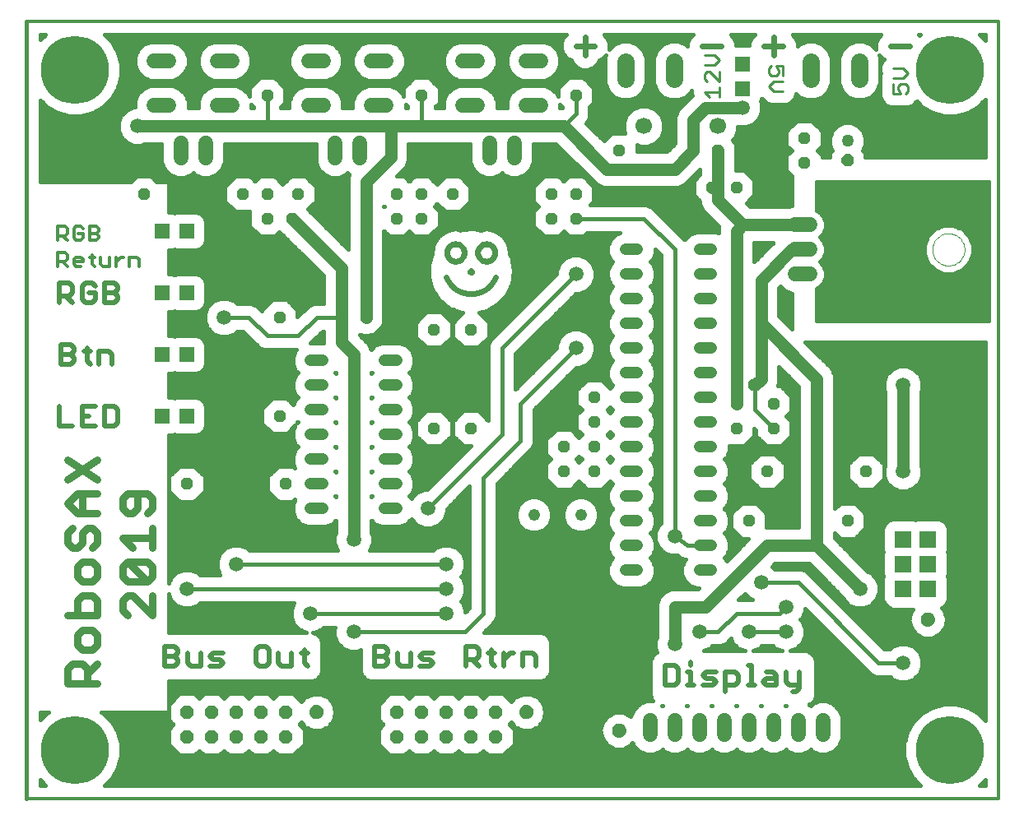
<source format=gtl>
G75*
%MOIN*%
%OFA0B0*%
%FSLAX24Y24*%
%IPPOS*%
%LPD*%
%AMOC8*
5,1,8,0,0,1.08239X$1,22.5*
%
%ADD10C,0.0120*%
%ADD11C,0.0160*%
%ADD12C,0.0110*%
%ADD13C,0.0300*%
%ADD14C,0.0200*%
%ADD15C,0.0320*%
%ADD16C,0.0140*%
%ADD17C,0.0240*%
%ADD18C,0.0705*%
%ADD19C,0.0480*%
%ADD20C,0.0600*%
%ADD21C,0.0000*%
%ADD22OC8,0.0480*%
%ADD23OC8,0.0500*%
%ADD24C,0.0500*%
%ADD25C,0.0480*%
%ADD26C,0.0669*%
%ADD27R,0.0689X0.0689*%
%ADD28R,0.0591X0.0591*%
%ADD29C,0.0591*%
%ADD30OC8,0.0540*%
%ADD31C,0.0560*%
%ADD32C,0.0591*%
%ADD33C,0.0500*%
%ADD34C,0.2756*%
%ADD35C,0.0400*%
D10*
X013160Y000180D02*
X052530Y000180D01*
X052530Y031676D01*
X013160Y031676D01*
D11*
X013160Y000180D01*
X013720Y000720D02*
X013930Y000720D01*
X013720Y000929D01*
X013720Y000720D01*
X013720Y000814D02*
X013836Y000814D01*
X016328Y000720D02*
X016616Y001008D01*
X016860Y001431D01*
X016987Y001904D01*
X016987Y002393D01*
X016860Y002866D01*
X016616Y003289D01*
X016270Y003635D01*
X016192Y003680D01*
X018910Y003680D01*
X018910Y004950D01*
X024756Y004950D01*
X024932Y005023D01*
X025067Y005158D01*
X025140Y005335D01*
X025140Y006525D01*
X025067Y006702D01*
X024932Y006837D01*
X025635Y006837D01*
X025635Y006776D02*
X025753Y006491D01*
X025971Y006273D01*
X026256Y006155D01*
X026565Y006155D01*
X026680Y006203D01*
X026680Y005335D01*
X026753Y005158D01*
X026888Y005023D01*
X027065Y004950D01*
X034006Y004950D01*
X034182Y005023D01*
X034317Y005158D01*
X034390Y005335D01*
X034390Y006525D01*
X034317Y006702D01*
X034182Y006837D01*
X038680Y006837D01*
X038680Y006694D02*
X038635Y006584D01*
X038635Y006276D01*
X038702Y006113D01*
X038638Y006087D01*
X038503Y005952D01*
X038430Y005775D01*
X038430Y004335D01*
X038503Y004158D01*
X038536Y004126D01*
X038256Y004126D01*
X037971Y004008D01*
X037753Y003789D01*
X037639Y003515D01*
X037633Y003523D01*
X037329Y003669D01*
X036992Y003669D01*
X036688Y003523D01*
X036477Y003259D01*
X036402Y002930D01*
X036477Y002601D01*
X036688Y002337D01*
X036992Y002191D01*
X037329Y002191D01*
X037633Y002337D01*
X037708Y002431D01*
X037753Y002321D01*
X037971Y002102D01*
X038256Y001984D01*
X038565Y001984D01*
X038850Y002102D01*
X038910Y002163D01*
X038971Y002102D01*
X039256Y001984D01*
X039565Y001984D01*
X039850Y002102D01*
X039910Y002163D01*
X039971Y002102D01*
X040256Y001984D01*
X040565Y001984D01*
X040850Y002102D01*
X040910Y002163D01*
X040971Y002102D01*
X041256Y001984D01*
X041565Y001984D01*
X041850Y002102D01*
X041910Y002163D01*
X041971Y002102D01*
X042256Y001984D01*
X042565Y001984D01*
X042850Y002102D01*
X042910Y002163D01*
X042971Y002102D01*
X043256Y001984D01*
X043565Y001984D01*
X043850Y002102D01*
X043910Y002163D01*
X043971Y002102D01*
X044256Y001984D01*
X044565Y001984D01*
X044850Y002102D01*
X044910Y002163D01*
X044971Y002102D01*
X045256Y001984D01*
X045565Y001984D01*
X045850Y002102D01*
X046068Y002321D01*
X046186Y002606D01*
X046186Y003504D01*
X046068Y003789D01*
X045850Y004008D01*
X045565Y004126D01*
X045256Y004126D01*
X044971Y004008D01*
X044910Y003947D01*
X044863Y003994D01*
X044932Y004023D01*
X045067Y004158D01*
X045140Y004335D01*
X045140Y005775D01*
X045067Y005952D01*
X044932Y006087D01*
X044756Y006160D01*
X044077Y006160D01*
X044350Y006273D01*
X044568Y006491D01*
X044686Y006776D01*
X044686Y007084D01*
X044568Y007369D01*
X044507Y007430D01*
X044568Y007491D01*
X044686Y007776D01*
X044686Y007863D01*
X047343Y005205D01*
X047549Y005120D01*
X048124Y005120D01*
X048221Y005023D01*
X048506Y004905D01*
X048815Y004905D01*
X049100Y005023D01*
X049318Y005241D01*
X049436Y005526D01*
X049436Y005834D01*
X049318Y006119D01*
X049100Y006337D01*
X048815Y006455D01*
X048506Y006455D01*
X048221Y006337D01*
X048124Y006240D01*
X047892Y006240D01*
X044728Y009405D01*
X044522Y009490D01*
X043447Y009490D01*
X043350Y009587D01*
X043463Y009700D01*
X044858Y009700D01*
X046208Y008350D01*
X046253Y008241D01*
X046471Y008023D01*
X046756Y007905D01*
X047065Y007905D01*
X047350Y008023D01*
X047568Y008241D01*
X047686Y008526D01*
X047686Y008834D01*
X047568Y009119D01*
X047350Y009337D01*
X047240Y009383D01*
X045890Y010732D01*
X045890Y010932D01*
X046112Y010710D01*
X046709Y010710D01*
X047130Y011132D01*
X047130Y011728D01*
X046709Y012150D01*
X046112Y012150D01*
X045890Y011928D01*
X045890Y017325D01*
X045779Y017594D01*
X044693Y018680D01*
X051990Y018680D01*
X051990Y003348D01*
X051703Y003635D01*
X051279Y003880D01*
X050807Y004006D01*
X050317Y004006D01*
X049845Y003880D01*
X049421Y003635D01*
X049075Y003289D01*
X048831Y002866D01*
X048704Y002393D01*
X048704Y001904D01*
X048831Y001431D01*
X049075Y001008D01*
X049363Y000720D01*
X016328Y000720D01*
X016422Y000814D02*
X049269Y000814D01*
X049110Y000973D02*
X016580Y000973D01*
X016687Y001131D02*
X049004Y001131D01*
X048913Y001290D02*
X016778Y001290D01*
X016865Y001448D02*
X048826Y001448D01*
X048784Y001607D02*
X016907Y001607D01*
X016950Y001765D02*
X048741Y001765D01*
X048704Y001924D02*
X016987Y001924D01*
X016987Y002082D02*
X019198Y002082D01*
X019350Y001930D02*
X019971Y001930D01*
X020160Y002119D01*
X020350Y001930D01*
X020971Y001930D01*
X021160Y002119D01*
X021350Y001930D01*
X021971Y001930D01*
X022160Y002119D01*
X022350Y001930D01*
X022971Y001930D01*
X023160Y002119D01*
X023350Y001930D01*
X023971Y001930D01*
X024410Y002369D01*
X024410Y002991D01*
X024221Y003180D01*
X024300Y003259D01*
X024438Y003087D01*
X024742Y002941D01*
X025079Y002941D01*
X025383Y003087D01*
X025593Y003351D01*
X025668Y003680D01*
X025593Y004009D01*
X025383Y004273D01*
X025079Y004419D01*
X024742Y004419D01*
X024438Y004273D01*
X024300Y004101D01*
X023971Y004430D01*
X023350Y004430D01*
X023160Y004241D01*
X022971Y004430D01*
X022350Y004430D01*
X022160Y004241D01*
X021971Y004430D01*
X021350Y004430D01*
X021160Y004241D01*
X020971Y004430D01*
X020350Y004430D01*
X020160Y004241D01*
X019971Y004430D01*
X019350Y004430D01*
X018910Y003991D01*
X018910Y003369D01*
X019100Y003180D01*
X018910Y002991D01*
X018910Y002369D01*
X019350Y001930D01*
X019039Y002241D02*
X016987Y002241D01*
X016985Y002399D02*
X018910Y002399D01*
X018910Y002558D02*
X016943Y002558D01*
X016900Y002716D02*
X018910Y002716D01*
X018910Y002875D02*
X016855Y002875D01*
X016764Y003033D02*
X018953Y003033D01*
X019088Y003192D02*
X016672Y003192D01*
X016555Y003350D02*
X018930Y003350D01*
X018910Y003509D02*
X016396Y003509D01*
X016215Y003667D02*
X018910Y003667D01*
X018910Y004143D02*
X019062Y004143D01*
X018910Y004301D02*
X019221Y004301D01*
X018910Y004460D02*
X038430Y004460D01*
X038430Y004618D02*
X018910Y004618D01*
X018910Y004777D02*
X038430Y004777D01*
X038430Y004935D02*
X018910Y004935D01*
X020100Y004301D02*
X020221Y004301D01*
X021100Y004301D02*
X021221Y004301D01*
X022100Y004301D02*
X022221Y004301D01*
X023100Y004301D02*
X023221Y004301D01*
X024100Y004301D02*
X024496Y004301D01*
X024334Y004143D02*
X024259Y004143D01*
X024233Y003192D02*
X024355Y003192D01*
X024368Y003033D02*
X024550Y003033D01*
X024410Y002875D02*
X027410Y002875D01*
X027410Y002991D02*
X027410Y002369D01*
X027850Y001930D01*
X028471Y001930D01*
X028660Y002119D01*
X028850Y001930D01*
X029471Y001930D01*
X029660Y002119D01*
X029850Y001930D01*
X030471Y001930D01*
X030660Y002119D01*
X030850Y001930D01*
X031471Y001930D01*
X031660Y002119D01*
X031850Y001930D01*
X032471Y001930D01*
X032910Y002369D01*
X032910Y002991D01*
X032721Y003180D01*
X032800Y003259D01*
X032938Y003087D01*
X033242Y002941D01*
X033579Y002941D01*
X033883Y003087D01*
X034093Y003351D01*
X034168Y003680D01*
X034093Y004009D01*
X033883Y004273D01*
X033579Y004419D01*
X033242Y004419D01*
X032938Y004273D01*
X032800Y004101D01*
X032471Y004430D01*
X031850Y004430D01*
X031660Y004241D01*
X031471Y004430D01*
X030850Y004430D01*
X030660Y004241D01*
X030471Y004430D01*
X029850Y004430D01*
X029660Y004241D01*
X029471Y004430D01*
X028850Y004430D01*
X028660Y004241D01*
X028471Y004430D01*
X027850Y004430D01*
X027410Y003991D01*
X027410Y003369D01*
X027600Y003180D01*
X027410Y002991D01*
X027453Y003033D02*
X025270Y003033D01*
X025466Y003192D02*
X027588Y003192D01*
X027430Y003350D02*
X025593Y003350D01*
X025629Y003509D02*
X027410Y003509D01*
X027410Y003667D02*
X025666Y003667D01*
X025635Y003826D02*
X027410Y003826D01*
X027410Y003984D02*
X025599Y003984D01*
X025487Y004143D02*
X027562Y004143D01*
X027721Y004301D02*
X025324Y004301D01*
X025003Y005094D02*
X026818Y005094D01*
X026715Y005252D02*
X025106Y005252D01*
X025140Y005411D02*
X026680Y005411D01*
X026680Y005569D02*
X025140Y005569D01*
X025140Y005728D02*
X026680Y005728D01*
X026680Y005886D02*
X025140Y005886D01*
X025140Y006045D02*
X026680Y006045D01*
X026140Y006203D02*
X025140Y006203D01*
X025140Y006362D02*
X025882Y006362D01*
X025741Y006520D02*
X025140Y006520D01*
X025077Y006679D02*
X025675Y006679D01*
X025635Y006776D02*
X025635Y007084D01*
X025650Y007120D01*
X025197Y007120D01*
X025100Y007023D01*
X024815Y006905D01*
X024769Y006905D01*
X024932Y006837D01*
X025034Y006996D02*
X025635Y006996D01*
X026410Y006930D02*
X030910Y006930D01*
X031660Y007680D01*
X031660Y013180D01*
X033160Y014680D01*
X033160Y016180D01*
X035410Y018430D01*
X036128Y018725D02*
X036763Y018725D01*
X036810Y018838D02*
X036700Y018573D01*
X036700Y018287D01*
X036810Y018022D01*
X036902Y017930D01*
X036810Y017838D01*
X036700Y017573D01*
X036700Y017287D01*
X036810Y017022D01*
X036902Y016930D01*
X036810Y016838D01*
X036798Y016810D01*
X036459Y017150D01*
X035862Y017150D01*
X035440Y016728D01*
X035440Y016132D01*
X035642Y015930D01*
X035440Y015728D01*
X035440Y015132D01*
X035642Y014930D01*
X035535Y014823D01*
X035209Y015150D01*
X034612Y015150D01*
X034190Y014728D01*
X034190Y014132D01*
X034392Y013930D01*
X034190Y013728D01*
X034190Y013132D01*
X034612Y012710D01*
X035209Y012710D01*
X035535Y013037D01*
X035862Y012710D01*
X036459Y012710D01*
X036798Y013050D01*
X036810Y013022D01*
X036902Y012930D01*
X036810Y012838D01*
X036700Y012573D01*
X036700Y012287D01*
X036810Y012022D01*
X036902Y011930D01*
X036810Y011838D01*
X036700Y011573D01*
X036700Y011287D01*
X036810Y011022D01*
X036902Y010930D01*
X036810Y010838D01*
X036700Y010573D01*
X036700Y010287D01*
X036810Y010022D01*
X036902Y009930D01*
X036810Y009838D01*
X036700Y009573D01*
X036700Y009287D01*
X036810Y009022D01*
X037013Y008820D01*
X037277Y008710D01*
X038044Y008710D01*
X038308Y008820D01*
X038511Y009022D01*
X038620Y009287D01*
X038620Y009573D01*
X038511Y009838D01*
X038419Y009930D01*
X038511Y010022D01*
X038620Y010287D01*
X038620Y010573D01*
X038511Y010838D01*
X038419Y010930D01*
X038511Y011022D01*
X038620Y011287D01*
X038620Y011573D01*
X038511Y011838D01*
X038419Y011930D01*
X038511Y012022D01*
X038620Y012287D01*
X038620Y012573D01*
X038511Y012838D01*
X038419Y012930D01*
X038511Y013022D01*
X038620Y013287D01*
X038620Y013573D01*
X038511Y013838D01*
X038419Y013930D01*
X038511Y014022D01*
X038620Y014287D01*
X038620Y014573D01*
X038511Y014838D01*
X038419Y014930D01*
X038511Y015022D01*
X038620Y015287D01*
X038620Y015573D01*
X038511Y015838D01*
X038419Y015930D01*
X038511Y016022D01*
X038620Y016287D01*
X038620Y016573D01*
X038511Y016838D01*
X038419Y016930D01*
X038511Y017022D01*
X038620Y017287D01*
X038620Y017573D01*
X038511Y017838D01*
X038419Y017930D01*
X038511Y018022D01*
X038620Y018287D01*
X038620Y018573D01*
X038511Y018838D01*
X038419Y018930D01*
X038511Y019022D01*
X038620Y019287D01*
X038620Y019573D01*
X038511Y019838D01*
X038419Y019930D01*
X038511Y020022D01*
X038620Y020287D01*
X038620Y020573D01*
X038511Y020838D01*
X038419Y020930D01*
X038511Y021022D01*
X038620Y021287D01*
X038620Y021573D01*
X038511Y021838D01*
X038419Y021930D01*
X038511Y022022D01*
X038620Y022287D01*
X038620Y022428D01*
X038850Y022198D01*
X038850Y011341D01*
X038753Y011244D01*
X038635Y010959D01*
X038635Y010651D01*
X038753Y010366D01*
X038971Y010148D01*
X039256Y010030D01*
X039511Y010030D01*
X039543Y010006D01*
X039593Y009955D01*
X039631Y009940D01*
X039663Y009915D01*
X039733Y009897D01*
X039799Y009870D01*
X039840Y009870D01*
X039842Y009870D01*
X039810Y009838D01*
X039700Y009573D01*
X039700Y009287D01*
X039810Y009022D01*
X040013Y008820D01*
X040277Y008710D01*
X040408Y008710D01*
X040358Y008660D01*
X039265Y008660D01*
X038997Y008549D01*
X038792Y008344D01*
X038680Y008075D01*
X038680Y006694D01*
X038674Y006679D02*
X034327Y006679D01*
X034390Y006520D02*
X038635Y006520D01*
X038635Y006362D02*
X034390Y006362D01*
X034390Y006203D02*
X038665Y006203D01*
X038596Y006045D02*
X034390Y006045D01*
X034390Y005886D02*
X038476Y005886D01*
X038430Y005728D02*
X034390Y005728D01*
X034390Y005569D02*
X038430Y005569D01*
X038430Y005411D02*
X034390Y005411D01*
X034356Y005252D02*
X038430Y005252D01*
X038430Y005094D02*
X034253Y005094D01*
X033824Y004301D02*
X038444Y004301D01*
X038519Y004143D02*
X033987Y004143D01*
X034099Y003984D02*
X037948Y003984D01*
X037789Y003826D02*
X034135Y003826D01*
X034166Y003667D02*
X036987Y003667D01*
X037333Y003667D02*
X037702Y003667D01*
X036676Y003509D02*
X034129Y003509D01*
X034093Y003350D02*
X036550Y003350D01*
X036462Y003192D02*
X033966Y003192D01*
X033770Y003033D02*
X036426Y003033D01*
X036415Y002875D02*
X032910Y002875D01*
X032910Y002716D02*
X036451Y002716D01*
X036512Y002558D02*
X032910Y002558D01*
X032910Y002399D02*
X036638Y002399D01*
X036889Y002241D02*
X032782Y002241D01*
X032623Y002082D02*
X038021Y002082D01*
X037833Y002241D02*
X037432Y002241D01*
X037682Y002399D02*
X037721Y002399D01*
X038800Y002082D02*
X039021Y002082D01*
X039800Y002082D02*
X040021Y002082D01*
X040800Y002082D02*
X041021Y002082D01*
X041800Y002082D02*
X042021Y002082D01*
X042800Y002082D02*
X043021Y002082D01*
X043800Y002082D02*
X044021Y002082D01*
X044800Y002082D02*
X045021Y002082D01*
X045800Y002082D02*
X048704Y002082D01*
X048704Y002241D02*
X045988Y002241D01*
X046100Y002399D02*
X048706Y002399D01*
X048748Y002558D02*
X046166Y002558D01*
X046186Y002716D02*
X048791Y002716D01*
X048836Y002875D02*
X046186Y002875D01*
X046186Y003033D02*
X048927Y003033D01*
X049019Y003192D02*
X046186Y003192D01*
X046186Y003350D02*
X049136Y003350D01*
X049294Y003509D02*
X046184Y003509D01*
X046118Y003667D02*
X049476Y003667D01*
X049751Y003826D02*
X046032Y003826D01*
X045873Y003984D02*
X050234Y003984D01*
X050890Y003984D02*
X051990Y003984D01*
X051990Y003826D02*
X051373Y003826D01*
X051648Y003667D02*
X051990Y003667D01*
X051990Y003509D02*
X051829Y003509D01*
X051988Y003350D02*
X051990Y003350D01*
X051990Y004143D02*
X045052Y004143D01*
X045126Y004301D02*
X051990Y004301D01*
X051990Y004460D02*
X045140Y004460D01*
X045140Y004618D02*
X051990Y004618D01*
X051990Y004777D02*
X045140Y004777D01*
X045140Y004935D02*
X048433Y004935D01*
X048150Y005094D02*
X045140Y005094D01*
X045140Y005252D02*
X047296Y005252D01*
X047138Y005411D02*
X045140Y005411D01*
X045140Y005569D02*
X046979Y005569D01*
X046821Y005728D02*
X045140Y005728D01*
X045095Y005886D02*
X046662Y005886D01*
X046504Y006045D02*
X044975Y006045D01*
X044580Y006520D02*
X046028Y006520D01*
X045870Y006679D02*
X044645Y006679D01*
X044686Y006837D02*
X045711Y006837D01*
X045553Y006996D02*
X044686Y006996D01*
X044657Y007154D02*
X045394Y007154D01*
X045236Y007313D02*
X044591Y007313D01*
X044548Y007471D02*
X045077Y007471D01*
X044919Y007630D02*
X044625Y007630D01*
X044686Y007788D02*
X044760Y007788D01*
X043910Y007930D02*
X043660Y007680D01*
X041910Y007680D01*
X041160Y006930D01*
X040410Y006930D01*
X040947Y006370D02*
X041272Y006370D01*
X041478Y006455D01*
X041683Y006661D01*
X041753Y006491D01*
X041971Y006273D01*
X042243Y006160D01*
X040577Y006160D01*
X040850Y006273D01*
X040947Y006370D01*
X040938Y006362D02*
X041882Y006362D01*
X041741Y006520D02*
X041542Y006520D01*
X042140Y006203D02*
X040681Y006203D01*
X038680Y006996D02*
X031768Y006996D01*
X031682Y006910D02*
X031978Y007205D01*
X032135Y007363D01*
X032220Y007569D01*
X032220Y012948D01*
X033635Y014363D01*
X033720Y014569D01*
X033720Y015948D01*
X035427Y017655D01*
X035565Y017655D01*
X035850Y017773D01*
X036068Y017991D01*
X036186Y018276D01*
X036186Y018584D01*
X036068Y018869D01*
X035850Y019087D01*
X035565Y019205D01*
X035256Y019205D01*
X034971Y019087D01*
X034753Y018869D01*
X034635Y018584D01*
X034635Y018447D01*
X032970Y016782D01*
X032970Y018198D01*
X035427Y020655D01*
X035565Y020655D01*
X035850Y020773D01*
X036068Y020991D01*
X036186Y021276D01*
X036186Y021584D01*
X036068Y021869D01*
X035850Y022087D01*
X035565Y022205D01*
X035256Y022205D01*
X034971Y022087D01*
X034753Y021869D01*
X034635Y021584D01*
X034635Y021447D01*
X031936Y018747D01*
X031850Y018541D01*
X031850Y015508D01*
X031459Y015900D01*
X030862Y015900D01*
X030440Y015478D01*
X030440Y014882D01*
X030862Y014460D01*
X031148Y014460D01*
X029394Y012705D01*
X029256Y012705D01*
X028971Y012587D01*
X028753Y012369D01*
X028746Y012352D01*
X028669Y012430D01*
X028761Y012522D01*
X028870Y012787D01*
X028870Y013073D01*
X028761Y013338D01*
X028669Y013430D01*
X028761Y013522D01*
X028870Y013787D01*
X028870Y014073D01*
X028761Y014338D01*
X028669Y014430D01*
X028761Y014522D01*
X028870Y014787D01*
X028870Y015073D01*
X028761Y015338D01*
X028669Y015430D01*
X028761Y015522D01*
X028870Y015787D01*
X028870Y016073D01*
X028761Y016338D01*
X028669Y016430D01*
X028761Y016522D01*
X028870Y016787D01*
X028870Y017073D01*
X028761Y017338D01*
X028669Y017430D01*
X028761Y017522D01*
X028870Y017787D01*
X028870Y018073D01*
X028761Y018338D01*
X028558Y018540D01*
X028294Y018650D01*
X027527Y018650D01*
X027263Y018540D01*
X027113Y018391D01*
X027029Y018594D01*
X026663Y018960D01*
X026741Y018960D01*
X026765Y018950D01*
X027056Y018950D01*
X027080Y018960D01*
X027209Y018960D01*
X027300Y019051D01*
X027324Y019061D01*
X027529Y019266D01*
X027539Y019291D01*
X027630Y019382D01*
X027630Y019511D01*
X027640Y019535D01*
X027640Y023182D01*
X027862Y022960D01*
X028459Y022960D01*
X028660Y023162D01*
X028862Y022960D01*
X029459Y022960D01*
X029880Y023382D01*
X029880Y023978D01*
X029679Y024180D01*
X029785Y024287D01*
X030112Y023960D01*
X030709Y023960D01*
X031130Y024382D01*
X031130Y024978D01*
X030709Y025400D01*
X030112Y025400D01*
X029785Y025073D01*
X029459Y025400D01*
X028862Y025400D01*
X028660Y025198D01*
X028459Y025400D01*
X028163Y025400D01*
X028529Y025766D01*
X028640Y026035D01*
X028640Y026700D01*
X031130Y026700D01*
X031130Y025975D01*
X031249Y025688D01*
X031469Y025469D01*
X031755Y025350D01*
X032066Y025350D01*
X032352Y025469D01*
X032410Y025527D01*
X032469Y025469D01*
X032755Y025350D01*
X033066Y025350D01*
X033352Y025469D01*
X033572Y025688D01*
X033690Y025975D01*
X033690Y026700D01*
X034608Y026700D01*
X036247Y025061D01*
X036515Y024950D01*
X039556Y024950D01*
X039824Y025061D01*
X040029Y025266D01*
X040430Y025668D01*
X040430Y025482D01*
X040292Y025344D01*
X040282Y025319D01*
X040190Y025228D01*
X040190Y025099D01*
X040180Y025075D01*
X040180Y024785D01*
X040190Y024761D01*
X040190Y024632D01*
X040282Y024541D01*
X040292Y024516D01*
X040430Y024378D01*
X040430Y024285D01*
X040542Y024016D01*
X041196Y023362D01*
X041180Y023325D01*
X041180Y023093D01*
X041044Y023150D01*
X040277Y023150D01*
X040013Y023040D01*
X039810Y022838D01*
X039805Y022827D01*
X039728Y022905D01*
X038478Y024155D01*
X038272Y024240D01*
X035989Y024240D01*
X036130Y024382D01*
X036130Y024978D01*
X035709Y025400D01*
X035112Y025400D01*
X034910Y025198D01*
X034709Y025400D01*
X034112Y025400D01*
X033690Y024978D01*
X033690Y024382D01*
X033892Y024180D01*
X033690Y023978D01*
X033690Y023382D01*
X034112Y022960D01*
X034709Y022960D01*
X034910Y023162D01*
X035112Y022960D01*
X035709Y022960D01*
X035869Y023120D01*
X037205Y023120D01*
X037013Y023040D01*
X036810Y022838D01*
X036700Y022573D01*
X036700Y022287D01*
X036810Y022022D01*
X036902Y021930D01*
X036810Y021838D01*
X036700Y021573D01*
X036700Y021287D01*
X036810Y021022D01*
X036902Y020930D01*
X036810Y020838D01*
X036700Y020573D01*
X036700Y020287D01*
X036810Y020022D01*
X036902Y019930D01*
X036810Y019838D01*
X036700Y019573D01*
X036700Y019287D01*
X036810Y019022D01*
X036902Y018930D01*
X036810Y018838D01*
X036855Y018883D02*
X036054Y018883D01*
X035895Y019042D02*
X036802Y019042D01*
X036736Y019200D02*
X035577Y019200D01*
X035243Y019200D02*
X033972Y019200D01*
X033814Y019042D02*
X034925Y019042D01*
X034767Y018883D02*
X033655Y018883D01*
X033497Y018725D02*
X034693Y018725D01*
X034635Y018566D02*
X033338Y018566D01*
X033180Y018408D02*
X034596Y018408D01*
X034437Y018249D02*
X033021Y018249D01*
X032970Y018091D02*
X034279Y018091D01*
X034120Y017932D02*
X032970Y017932D01*
X032970Y017774D02*
X033962Y017774D01*
X033803Y017615D02*
X032970Y017615D01*
X032970Y017457D02*
X033645Y017457D01*
X033486Y017298D02*
X032970Y017298D01*
X032970Y017140D02*
X033328Y017140D01*
X033169Y016981D02*
X032970Y016981D01*
X032970Y016823D02*
X033011Y016823D01*
X033802Y016030D02*
X035542Y016030D01*
X035584Y015872D02*
X033720Y015872D01*
X033720Y015713D02*
X035440Y015713D01*
X035440Y015555D02*
X033720Y015555D01*
X033720Y015396D02*
X035440Y015396D01*
X035440Y015238D02*
X033720Y015238D01*
X033720Y015079D02*
X034541Y015079D01*
X034383Y014921D02*
X033720Y014921D01*
X033720Y014762D02*
X034224Y014762D01*
X034190Y014604D02*
X033720Y014604D01*
X033669Y014445D02*
X034190Y014445D01*
X034190Y014287D02*
X033559Y014287D01*
X033400Y014128D02*
X034194Y014128D01*
X034353Y013970D02*
X033242Y013970D01*
X033083Y013811D02*
X034273Y013811D01*
X034190Y013653D02*
X032925Y013653D01*
X032766Y013494D02*
X034190Y013494D01*
X034190Y013336D02*
X032608Y013336D01*
X032449Y013177D02*
X034190Y013177D01*
X034304Y013019D02*
X032291Y013019D01*
X032220Y012860D02*
X034462Y012860D01*
X034118Y012290D02*
X033854Y012400D01*
X033567Y012400D01*
X033303Y012290D01*
X033100Y012088D01*
X032990Y011823D01*
X032990Y011537D01*
X033100Y011272D01*
X033303Y011070D01*
X033567Y010960D01*
X033854Y010960D01*
X034118Y011070D01*
X034321Y011272D01*
X034430Y011537D01*
X034430Y011823D01*
X034321Y012088D01*
X034118Y012290D01*
X034183Y012226D02*
X035138Y012226D01*
X035203Y012290D02*
X035000Y012088D01*
X034890Y011823D01*
X034890Y011537D01*
X035000Y011272D01*
X035203Y011070D01*
X035467Y010960D01*
X035754Y010960D01*
X036018Y011070D01*
X036221Y011272D01*
X036330Y011537D01*
X036330Y011823D01*
X036221Y012088D01*
X036018Y012290D01*
X035754Y012400D01*
X035467Y012400D01*
X035203Y012290D01*
X035430Y012385D02*
X033891Y012385D01*
X033530Y012385D02*
X032220Y012385D01*
X032220Y012543D02*
X036700Y012543D01*
X036700Y012385D02*
X035791Y012385D01*
X036083Y012226D02*
X036726Y012226D01*
X036791Y012068D02*
X036229Y012068D01*
X036295Y011909D02*
X036881Y011909D01*
X036774Y011751D02*
X036330Y011751D01*
X036330Y011592D02*
X036708Y011592D01*
X036700Y011434D02*
X036288Y011434D01*
X036222Y011275D02*
X036705Y011275D01*
X036771Y011117D02*
X036065Y011117D01*
X036794Y010800D02*
X032220Y010800D01*
X032220Y010958D02*
X036874Y010958D01*
X036728Y010641D02*
X032220Y010641D01*
X032220Y010483D02*
X036700Y010483D01*
X036700Y010324D02*
X032220Y010324D01*
X032220Y010166D02*
X036751Y010166D01*
X036825Y010007D02*
X032220Y010007D01*
X032220Y009849D02*
X036821Y009849D01*
X036749Y009690D02*
X032220Y009690D01*
X032220Y009532D02*
X036700Y009532D01*
X036700Y009373D02*
X032220Y009373D01*
X032220Y009215D02*
X036730Y009215D01*
X036796Y009056D02*
X032220Y009056D01*
X032220Y008898D02*
X036935Y008898D01*
X037207Y008739D02*
X032220Y008739D01*
X032220Y008581D02*
X039073Y008581D01*
X038870Y008422D02*
X032220Y008422D01*
X032220Y008264D02*
X038758Y008264D01*
X038693Y008105D02*
X032220Y008105D01*
X032220Y007947D02*
X038680Y007947D01*
X038680Y007788D02*
X032220Y007788D01*
X032220Y007630D02*
X038680Y007630D01*
X038680Y007471D02*
X032180Y007471D01*
X032085Y007313D02*
X038680Y007313D01*
X038680Y007154D02*
X031926Y007154D01*
X031978Y007205D02*
X031978Y007205D01*
X031682Y006910D02*
X034006Y006910D01*
X034182Y006837D01*
X032996Y004301D02*
X032600Y004301D01*
X032759Y004143D02*
X032834Y004143D01*
X032855Y003192D02*
X032733Y003192D01*
X032868Y003033D02*
X033050Y003033D01*
X031698Y002082D02*
X031623Y002082D01*
X030698Y002082D02*
X030623Y002082D01*
X029698Y002082D02*
X029623Y002082D01*
X028698Y002082D02*
X028623Y002082D01*
X027698Y002082D02*
X024123Y002082D01*
X024282Y002241D02*
X027539Y002241D01*
X027410Y002399D02*
X024410Y002399D01*
X024410Y002558D02*
X027410Y002558D01*
X027410Y002716D02*
X024410Y002716D01*
X023198Y002082D02*
X023123Y002082D01*
X022198Y002082D02*
X022123Y002082D01*
X021198Y002082D02*
X021123Y002082D01*
X020198Y002082D02*
X020123Y002082D01*
X019278Y006910D02*
X019276Y006911D01*
X018910Y006911D01*
X018910Y008465D01*
X019003Y008241D01*
X019221Y008023D01*
X019506Y007905D01*
X019815Y007905D01*
X020100Y008023D01*
X020197Y008120D01*
X024004Y008120D01*
X024003Y008119D01*
X023885Y007834D01*
X023885Y007526D01*
X024003Y007241D01*
X024221Y007023D01*
X024493Y006910D01*
X022961Y006910D01*
X022959Y006911D01*
X022462Y006911D01*
X022460Y006910D01*
X019278Y006910D01*
X018910Y006996D02*
X024287Y006996D01*
X024090Y007154D02*
X018910Y007154D01*
X018910Y007313D02*
X023973Y007313D01*
X023908Y007471D02*
X018910Y007471D01*
X018910Y007630D02*
X023885Y007630D01*
X023885Y007788D02*
X018910Y007788D01*
X018910Y007947D02*
X019405Y007947D01*
X019139Y008105D02*
X018910Y008105D01*
X018910Y008264D02*
X018994Y008264D01*
X018928Y008422D02*
X018910Y008422D01*
X018910Y008895D02*
X018910Y014905D01*
X019051Y014905D01*
X019160Y014950D01*
X019270Y014905D01*
X020051Y014905D01*
X020228Y014978D01*
X020363Y015113D01*
X020436Y015289D01*
X020436Y016071D01*
X020363Y016247D01*
X020228Y016382D01*
X020051Y016455D01*
X019270Y016455D01*
X019160Y016410D01*
X019051Y016455D01*
X018910Y016455D01*
X018910Y017405D01*
X019051Y017405D01*
X019160Y017450D01*
X019270Y017405D01*
X020051Y017405D01*
X020228Y017478D01*
X020363Y017613D01*
X020436Y017789D01*
X020436Y018571D01*
X020363Y018747D01*
X020228Y018882D01*
X020051Y018955D01*
X019270Y018955D01*
X019160Y018910D01*
X019051Y018955D01*
X018910Y018955D01*
X018910Y019905D01*
X019051Y019905D01*
X019160Y019950D01*
X019270Y019905D01*
X020051Y019905D01*
X020228Y019978D01*
X020363Y020113D01*
X020436Y020289D01*
X020436Y021071D01*
X020363Y021247D01*
X020228Y021382D01*
X020051Y021455D01*
X019270Y021455D01*
X019160Y021410D01*
X019051Y021455D01*
X018910Y021455D01*
X018910Y022405D01*
X019051Y022405D01*
X019160Y022450D01*
X019270Y022405D01*
X020051Y022405D01*
X020228Y022478D01*
X020363Y022613D01*
X020436Y022789D01*
X020436Y023571D01*
X020363Y023747D01*
X020228Y023882D01*
X020051Y023955D01*
X019270Y023955D01*
X019160Y023910D01*
X019051Y023955D01*
X018910Y023955D01*
X018910Y025180D01*
X018429Y025180D01*
X018209Y025400D01*
X017612Y025400D01*
X017392Y025180D01*
X013720Y025180D01*
X013720Y028489D01*
X013988Y028221D01*
X014412Y027976D01*
X014884Y027850D01*
X015373Y027850D01*
X015846Y027976D01*
X016270Y028221D01*
X016616Y028567D01*
X016860Y028990D01*
X016987Y029463D01*
X016987Y029952D01*
X016860Y030425D01*
X016616Y030848D01*
X016328Y031136D01*
X035018Y031136D01*
X034902Y031020D01*
X034810Y030799D01*
X034810Y030561D01*
X034902Y030340D01*
X035070Y030171D01*
X035216Y030111D01*
X035277Y029965D01*
X035445Y029796D01*
X035666Y029705D01*
X035905Y029705D01*
X036125Y029796D01*
X036294Y029965D01*
X036354Y030111D01*
X036500Y030171D01*
X036641Y030312D01*
X036594Y030198D01*
X036594Y029162D01*
X036720Y028856D01*
X036955Y028622D01*
X037261Y028495D01*
X037592Y028495D01*
X037898Y028622D01*
X038132Y028856D01*
X038259Y029162D01*
X038259Y030198D01*
X038132Y030504D01*
X037898Y030738D01*
X037592Y030865D01*
X037261Y030865D01*
X036955Y030738D01*
X036749Y030532D01*
X036760Y030561D01*
X036760Y030799D01*
X036669Y031020D01*
X036553Y031136D01*
X040143Y031136D01*
X040027Y031020D01*
X039935Y030799D01*
X039935Y030669D01*
X039866Y030738D01*
X039560Y030865D01*
X039229Y030865D01*
X038923Y030738D01*
X038689Y030504D01*
X038562Y030198D01*
X038562Y029162D01*
X038689Y028856D01*
X038923Y028622D01*
X039229Y028495D01*
X039560Y028495D01*
X039866Y028622D01*
X040100Y028856D01*
X040105Y028867D01*
X040105Y028700D01*
X040118Y028670D01*
X039747Y028299D01*
X039542Y028094D01*
X039430Y027825D01*
X039430Y026732D01*
X039108Y026410D01*
X037880Y026410D01*
X037880Y026664D01*
X037998Y026615D01*
X038322Y026615D01*
X038622Y026739D01*
X038851Y026969D01*
X038975Y027268D01*
X038975Y027592D01*
X038851Y027891D01*
X038622Y028121D01*
X038322Y028245D01*
X037998Y028245D01*
X037699Y028121D01*
X037470Y027891D01*
X037346Y027592D01*
X037346Y027268D01*
X037395Y027150D01*
X036862Y027150D01*
X036542Y026830D01*
X035823Y027550D01*
X035885Y027613D01*
X035970Y027819D01*
X035970Y028222D01*
X036130Y028382D01*
X036130Y028978D01*
X035709Y029400D01*
X035112Y029400D01*
X034690Y028978D01*
X034690Y028638D01*
X034652Y028732D01*
X034432Y028951D01*
X034146Y029070D01*
X033235Y029070D01*
X032949Y028951D01*
X032729Y028732D01*
X032610Y028445D01*
X032610Y028160D01*
X032210Y028160D01*
X032210Y028445D01*
X032092Y028732D01*
X031872Y028951D01*
X031586Y029070D01*
X030675Y029070D01*
X030389Y028951D01*
X030169Y028732D01*
X030050Y028445D01*
X030050Y028160D01*
X029720Y028160D01*
X029720Y028222D01*
X029880Y028382D01*
X029880Y028978D01*
X029459Y029400D01*
X028862Y029400D01*
X028440Y028978D01*
X028440Y028638D01*
X028402Y028732D01*
X028182Y028951D01*
X027896Y029070D01*
X026985Y029070D01*
X026699Y028951D01*
X026479Y028732D01*
X026360Y028445D01*
X026360Y028160D01*
X025960Y028160D01*
X025960Y028445D01*
X025842Y028732D01*
X025622Y028951D01*
X025336Y029070D01*
X024425Y029070D01*
X024139Y028951D01*
X023919Y028732D01*
X023800Y028445D01*
X023800Y028160D01*
X023470Y028160D01*
X023470Y028222D01*
X023630Y028382D01*
X023630Y028978D01*
X023209Y029400D01*
X022612Y029400D01*
X022190Y028978D01*
X022190Y028638D01*
X022152Y028732D01*
X021932Y028951D01*
X021646Y029070D01*
X020735Y029070D01*
X020449Y028951D01*
X020229Y028732D01*
X020110Y028445D01*
X020110Y028160D01*
X019710Y028160D01*
X019710Y028445D01*
X019592Y028732D01*
X019372Y028951D01*
X019086Y029070D01*
X018175Y029070D01*
X017889Y028951D01*
X017669Y028732D01*
X017550Y028445D01*
X017550Y028205D01*
X017506Y028205D01*
X017221Y028087D01*
X017003Y027869D01*
X016885Y027584D01*
X016885Y027276D01*
X017003Y026991D01*
X017221Y026773D01*
X017506Y026655D01*
X017815Y026655D01*
X017924Y026700D01*
X018630Y026700D01*
X018630Y025975D01*
X018749Y025688D01*
X018969Y025469D01*
X019255Y025350D01*
X019566Y025350D01*
X019852Y025469D01*
X019910Y025527D01*
X019969Y025469D01*
X020255Y025350D01*
X020566Y025350D01*
X020852Y025469D01*
X021072Y025688D01*
X021190Y025975D01*
X021190Y026700D01*
X024880Y026700D01*
X024880Y025975D01*
X024999Y025688D01*
X025219Y025469D01*
X025505Y025350D01*
X025816Y025350D01*
X026102Y025469D01*
X026160Y025527D01*
X026219Y025469D01*
X026237Y025461D01*
X026180Y025325D01*
X026180Y022442D01*
X024561Y024062D01*
X024880Y024382D01*
X024880Y024978D01*
X024459Y025400D01*
X023862Y025400D01*
X023535Y025073D01*
X023209Y025400D01*
X022612Y025400D01*
X022410Y025198D01*
X022209Y025400D01*
X021612Y025400D01*
X021190Y024978D01*
X021190Y024382D01*
X021612Y023960D01*
X022190Y023960D01*
X022190Y023382D01*
X022612Y022960D01*
X023209Y022960D01*
X023403Y023155D01*
X025180Y021378D01*
X025180Y020240D01*
X024799Y020240D01*
X024593Y020155D01*
X024130Y019692D01*
X024130Y019978D01*
X023709Y020400D01*
X023112Y020400D01*
X022690Y019978D01*
X022690Y019942D01*
X022635Y019997D01*
X022478Y020155D01*
X022272Y020240D01*
X021697Y020240D01*
X021600Y020337D01*
X021315Y020455D01*
X021006Y020455D01*
X020721Y020337D01*
X020503Y020119D01*
X020385Y019834D01*
X018910Y019834D01*
X018910Y019676D02*
X020385Y019676D01*
X020385Y019526D02*
X020503Y019241D01*
X020721Y019023D01*
X021006Y018905D01*
X021315Y018905D01*
X021600Y019023D01*
X021697Y019120D01*
X021928Y019120D01*
X022593Y018455D01*
X022799Y018370D01*
X024092Y018370D01*
X024060Y018338D01*
X023950Y018073D01*
X023950Y017787D01*
X024060Y017522D01*
X024152Y017430D01*
X024060Y017338D01*
X023950Y017073D01*
X023950Y016787D01*
X024060Y016522D01*
X024152Y016430D01*
X024060Y016338D01*
X023975Y016133D01*
X023709Y016400D01*
X023112Y016400D01*
X022690Y015978D01*
X022690Y015382D01*
X023112Y014960D01*
X023709Y014960D01*
X024041Y015293D01*
X023950Y015073D01*
X023950Y014787D01*
X024060Y014522D01*
X024152Y014430D01*
X024060Y014338D01*
X023950Y014073D01*
X023950Y013787D01*
X024041Y013567D01*
X023959Y013650D01*
X023362Y013650D01*
X022940Y013228D01*
X022940Y012632D01*
X023362Y012210D01*
X023959Y012210D01*
X024041Y012293D01*
X023950Y012073D01*
X023950Y011787D01*
X024060Y011522D01*
X024263Y011320D01*
X024527Y011210D01*
X025294Y011210D01*
X025558Y011320D01*
X025680Y011442D01*
X025680Y010944D01*
X025635Y010834D01*
X025635Y010526D01*
X025753Y010241D01*
X025754Y010240D01*
X022197Y010240D01*
X022100Y010337D01*
X021815Y010455D01*
X021506Y010455D01*
X021221Y010337D01*
X021003Y010119D01*
X020885Y009834D01*
X020885Y009526D01*
X021003Y009241D01*
X021004Y009240D01*
X020197Y009240D01*
X020100Y009337D01*
X019815Y009455D01*
X019506Y009455D01*
X019221Y009337D01*
X019003Y009119D01*
X018910Y008895D01*
X018910Y008898D02*
X018911Y008898D01*
X018910Y009056D02*
X018977Y009056D01*
X018910Y009215D02*
X019098Y009215D01*
X018910Y009373D02*
X019308Y009373D01*
X018910Y009532D02*
X020885Y009532D01*
X020885Y009690D02*
X018910Y009690D01*
X018910Y009849D02*
X020891Y009849D01*
X020957Y010007D02*
X018910Y010007D01*
X018910Y010166D02*
X021049Y010166D01*
X021208Y010324D02*
X018910Y010324D01*
X018910Y010483D02*
X025653Y010483D01*
X025635Y010641D02*
X018910Y010641D01*
X018910Y010800D02*
X025635Y010800D01*
X025680Y010958D02*
X018910Y010958D01*
X018910Y011117D02*
X025680Y011117D01*
X025680Y011275D02*
X025451Y011275D01*
X025672Y011434D02*
X025680Y011434D01*
X025680Y012418D02*
X025669Y012430D01*
X025680Y012442D01*
X025680Y012418D01*
X025680Y013418D02*
X025669Y013430D01*
X025680Y013442D01*
X025680Y013418D01*
X025680Y014418D02*
X025669Y014430D01*
X025680Y014442D01*
X025680Y014418D01*
X025680Y015418D02*
X025669Y015430D01*
X025680Y015442D01*
X025680Y015418D01*
X025680Y016418D02*
X025669Y016430D01*
X025680Y016442D01*
X025680Y016418D01*
X025680Y017418D02*
X025669Y017430D01*
X025680Y017442D01*
X025680Y017418D01*
X025180Y018650D02*
X024672Y018650D01*
X025142Y019120D01*
X025180Y019120D01*
X025180Y018650D01*
X025180Y018725D02*
X024747Y018725D01*
X024905Y018883D02*
X025180Y018883D01*
X025180Y019042D02*
X025064Y019042D01*
X024910Y019680D02*
X024160Y018930D01*
X022910Y018930D01*
X022160Y019680D01*
X021160Y019680D01*
X020702Y019042D02*
X018910Y019042D01*
X018910Y019200D02*
X020544Y019200D01*
X020454Y019359D02*
X018910Y019359D01*
X018910Y019517D02*
X020389Y019517D01*
X020385Y019526D02*
X020385Y019834D01*
X020451Y019993D02*
X020242Y019993D01*
X020378Y020151D02*
X020535Y020151D01*
X020436Y020310D02*
X020693Y020310D01*
X020436Y020468D02*
X025180Y020468D01*
X025180Y020310D02*
X023799Y020310D01*
X023958Y020151D02*
X024589Y020151D01*
X024431Y019993D02*
X024116Y019993D01*
X024130Y019834D02*
X024272Y019834D01*
X024910Y019680D02*
X025910Y019680D01*
X026740Y018883D02*
X028940Y018883D01*
X028940Y018882D02*
X029362Y018460D01*
X029959Y018460D01*
X030380Y018882D01*
X030380Y019478D01*
X029959Y019900D01*
X029362Y019900D01*
X028940Y019478D01*
X028940Y018882D01*
X028940Y019042D02*
X027290Y019042D01*
X027463Y019200D02*
X028940Y019200D01*
X028940Y019359D02*
X027607Y019359D01*
X027633Y019517D02*
X028979Y019517D01*
X029138Y019676D02*
X027640Y019676D01*
X027640Y019834D02*
X029296Y019834D01*
X030025Y019834D02*
X030796Y019834D01*
X030775Y019867D02*
X030825Y019863D01*
X030440Y019478D01*
X030440Y018882D01*
X030862Y018460D01*
X031459Y018460D01*
X031880Y018882D01*
X031880Y019478D01*
X031485Y019873D01*
X031793Y019943D01*
X032240Y020201D01*
X032591Y020580D01*
X032815Y021045D01*
X032892Y021555D01*
X032815Y022065D01*
X032815Y022065D01*
X032727Y022247D01*
X032739Y022305D01*
X032666Y022670D01*
X032460Y022979D01*
X032150Y023186D01*
X031785Y023259D01*
X031574Y023217D01*
X031290Y023282D01*
X030775Y023243D01*
X030721Y023222D01*
X030535Y023259D01*
X030170Y023186D01*
X029861Y022979D01*
X029654Y022670D01*
X029582Y022305D01*
X029589Y022269D01*
X029448Y021813D01*
X029448Y021297D01*
X029600Y020804D01*
X029891Y020377D01*
X029891Y020377D01*
X029891Y020377D01*
X030295Y020056D01*
X030775Y019867D01*
X030775Y019867D01*
X030638Y019676D02*
X030183Y019676D01*
X030342Y019517D02*
X030479Y019517D01*
X030440Y019359D02*
X030380Y019359D01*
X030380Y019200D02*
X030440Y019200D01*
X030440Y019042D02*
X030380Y019042D01*
X030380Y018883D02*
X030440Y018883D01*
X030598Y018725D02*
X030223Y018725D01*
X030065Y018566D02*
X030756Y018566D01*
X031565Y018566D02*
X031861Y018566D01*
X031850Y018408D02*
X028691Y018408D01*
X028798Y018249D02*
X031850Y018249D01*
X031850Y018091D02*
X028863Y018091D01*
X028870Y017932D02*
X031850Y017932D01*
X031850Y017774D02*
X028865Y017774D01*
X028799Y017615D02*
X031850Y017615D01*
X031850Y017457D02*
X028695Y017457D01*
X028777Y017298D02*
X031850Y017298D01*
X031850Y017140D02*
X028843Y017140D01*
X028870Y016981D02*
X031850Y016981D01*
X031850Y016823D02*
X028870Y016823D01*
X028820Y016664D02*
X031850Y016664D01*
X031850Y016506D02*
X028744Y016506D01*
X028752Y016347D02*
X031850Y016347D01*
X031850Y016189D02*
X028823Y016189D01*
X028870Y016030D02*
X031850Y016030D01*
X031850Y015872D02*
X031487Y015872D01*
X031646Y015713D02*
X031850Y015713D01*
X031850Y015555D02*
X031804Y015555D01*
X032410Y014930D02*
X032410Y018430D01*
X035410Y021430D01*
X036123Y021736D02*
X036768Y021736D01*
X036702Y021578D02*
X036186Y021578D01*
X036186Y021419D02*
X036700Y021419D01*
X036711Y021261D02*
X036179Y021261D01*
X036114Y021102D02*
X036777Y021102D01*
X036889Y020944D02*
X036020Y020944D01*
X035862Y020785D02*
X036788Y020785D01*
X036722Y020627D02*
X035399Y020627D01*
X035240Y020468D02*
X036700Y020468D01*
X036700Y020310D02*
X035082Y020310D01*
X034923Y020151D02*
X036757Y020151D01*
X036840Y019993D02*
X034765Y019993D01*
X034606Y019834D02*
X036808Y019834D01*
X036743Y019676D02*
X034448Y019676D01*
X034289Y019517D02*
X036700Y019517D01*
X036700Y019359D02*
X034131Y019359D01*
X033339Y020151D02*
X032153Y020151D01*
X032240Y020201D02*
X032240Y020201D01*
X032340Y020310D02*
X033498Y020310D01*
X033656Y020468D02*
X032487Y020468D01*
X032591Y020580D02*
X032591Y020580D01*
X032613Y020627D02*
X033815Y020627D01*
X033973Y020785D02*
X032690Y020785D01*
X032766Y020944D02*
X034132Y020944D01*
X034290Y021102D02*
X032823Y021102D01*
X032815Y021045D02*
X032815Y021045D01*
X032847Y021261D02*
X034449Y021261D01*
X034607Y021419D02*
X032871Y021419D01*
X032888Y021578D02*
X034635Y021578D01*
X034698Y021736D02*
X032864Y021736D01*
X032841Y021895D02*
X034778Y021895D01*
X034937Y022053D02*
X032817Y022053D01*
X032744Y022212D02*
X036732Y022212D01*
X036700Y022370D02*
X032726Y022370D01*
X032694Y022529D02*
X036700Y022529D01*
X036748Y022687D02*
X032655Y022687D01*
X032549Y022846D02*
X036818Y022846D01*
X036976Y023004D02*
X035753Y023004D01*
X035068Y023004D02*
X034753Y023004D01*
X034068Y023004D02*
X032423Y023004D01*
X032185Y023163D02*
X033910Y023163D01*
X033751Y023321D02*
X029820Y023321D01*
X029880Y023480D02*
X033690Y023480D01*
X033690Y023638D02*
X029880Y023638D01*
X029880Y023797D02*
X033690Y023797D01*
X033690Y023955D02*
X029880Y023955D01*
X029959Y024114D02*
X029745Y024114D01*
X029771Y024272D02*
X029800Y024272D01*
X029935Y025223D02*
X029636Y025223D01*
X029477Y025382D02*
X030094Y025382D01*
X030727Y025382D02*
X031679Y025382D01*
X031397Y025540D02*
X028303Y025540D01*
X028461Y025699D02*
X031245Y025699D01*
X031179Y025857D02*
X028567Y025857D01*
X028632Y026016D02*
X031130Y026016D01*
X031130Y026174D02*
X028640Y026174D01*
X028640Y026333D02*
X031130Y026333D01*
X031130Y026491D02*
X028640Y026491D01*
X028640Y026650D02*
X031130Y026650D01*
X030886Y025223D02*
X033935Y025223D01*
X033777Y025065D02*
X031044Y025065D01*
X031130Y024906D02*
X033690Y024906D01*
X033690Y024748D02*
X031130Y024748D01*
X031130Y024589D02*
X033690Y024589D01*
X033690Y024431D02*
X031130Y024431D01*
X031021Y024272D02*
X033800Y024272D01*
X033826Y024114D02*
X030862Y024114D01*
X030775Y023243D02*
X030775Y023243D01*
X031290Y023282D02*
X031290Y023282D01*
X030135Y023163D02*
X029661Y023163D01*
X029503Y023004D02*
X029898Y023004D01*
X029772Y022846D02*
X027640Y022846D01*
X027640Y023004D02*
X027818Y023004D01*
X027660Y023163D02*
X027640Y023163D01*
X027640Y022687D02*
X029666Y022687D01*
X029626Y022529D02*
X027640Y022529D01*
X027640Y022370D02*
X029595Y022370D01*
X029571Y022212D02*
X027640Y022212D01*
X027640Y022053D02*
X029522Y022053D01*
X029473Y021895D02*
X027640Y021895D01*
X027640Y021736D02*
X029448Y021736D01*
X029448Y021813D02*
X029448Y021813D01*
X029448Y021578D02*
X027640Y021578D01*
X027640Y021419D02*
X029448Y021419D01*
X029460Y021261D02*
X027640Y021261D01*
X027640Y021102D02*
X029508Y021102D01*
X029557Y020944D02*
X027640Y020944D01*
X027640Y020785D02*
X029613Y020785D01*
X029600Y020804D02*
X029600Y020804D01*
X029721Y020627D02*
X027640Y020627D01*
X027640Y020468D02*
X029829Y020468D01*
X029976Y020310D02*
X027640Y020310D01*
X027640Y020151D02*
X030175Y020151D01*
X030295Y020056D02*
X030295Y020056D01*
X030455Y019993D02*
X027640Y019993D01*
X027324Y018566D02*
X027041Y018566D01*
X027106Y018408D02*
X027130Y018408D01*
X026898Y018725D02*
X029098Y018725D01*
X029256Y018566D02*
X028496Y018566D01*
X027152Y017430D02*
X027140Y017442D01*
X027140Y017418D01*
X027152Y017430D01*
X027140Y016442D02*
X027152Y016430D01*
X027140Y016418D01*
X027140Y016442D01*
X027140Y015442D02*
X027152Y015430D01*
X027140Y015418D01*
X027140Y015442D01*
X027140Y014442D02*
X027152Y014430D01*
X027140Y014418D01*
X027140Y014442D01*
X027140Y013442D02*
X027152Y013430D01*
X027140Y013418D01*
X027140Y013442D01*
X027140Y012442D02*
X027152Y012430D01*
X027140Y012418D01*
X027140Y012442D01*
X027140Y011442D02*
X027263Y011320D01*
X027527Y011210D01*
X028294Y011210D01*
X028558Y011320D01*
X028746Y011508D01*
X028753Y011491D01*
X028971Y011273D01*
X029256Y011155D01*
X029565Y011155D01*
X029850Y011273D01*
X030068Y011491D01*
X030186Y011776D01*
X030186Y011913D01*
X031100Y012828D01*
X031100Y007912D01*
X030936Y007747D01*
X030936Y007834D01*
X030818Y008119D01*
X030757Y008180D01*
X030818Y008241D01*
X030936Y008526D01*
X030936Y008834D01*
X030818Y009119D01*
X030757Y009180D01*
X030818Y009241D01*
X030936Y009526D01*
X030936Y009834D01*
X030818Y010119D01*
X030600Y010337D01*
X030315Y010455D01*
X030006Y010455D01*
X029721Y010337D01*
X029624Y010240D01*
X027067Y010240D01*
X027068Y010241D01*
X027186Y010526D01*
X027186Y010834D01*
X027140Y010944D01*
X027140Y011442D01*
X027140Y011434D02*
X027149Y011434D01*
X027140Y011275D02*
X027370Y011275D01*
X027140Y011117D02*
X031100Y011117D01*
X031100Y011275D02*
X029852Y011275D01*
X030010Y011434D02*
X031100Y011434D01*
X031100Y011592D02*
X030110Y011592D01*
X030175Y011751D02*
X031100Y011751D01*
X031100Y011909D02*
X030186Y011909D01*
X030340Y012068D02*
X031100Y012068D01*
X031100Y012226D02*
X030498Y012226D01*
X030657Y012385D02*
X031100Y012385D01*
X031100Y012543D02*
X030815Y012543D01*
X030974Y012702D02*
X031100Y012702D01*
X032220Y012702D02*
X036754Y012702D01*
X036832Y012860D02*
X036609Y012860D01*
X036767Y013019D02*
X036814Y013019D01*
X036798Y013810D02*
X036679Y013930D01*
X036798Y014050D01*
X036810Y014022D01*
X036902Y013930D01*
X036810Y013838D01*
X036798Y013810D01*
X036798Y013811D02*
X036799Y013811D01*
X036863Y013970D02*
X036718Y013970D01*
X036798Y014810D02*
X036679Y014930D01*
X036798Y015050D01*
X036810Y015022D01*
X036902Y014930D01*
X036810Y014838D01*
X036798Y014810D01*
X036893Y014921D02*
X036688Y014921D01*
X036798Y015810D02*
X036679Y015930D01*
X036798Y016050D01*
X036810Y016022D01*
X036902Y015930D01*
X036810Y015838D01*
X036798Y015810D01*
X036844Y015872D02*
X036737Y015872D01*
X036779Y016030D02*
X036807Y016030D01*
X036786Y016823D02*
X036804Y016823D01*
X036851Y016981D02*
X036628Y016981D01*
X036761Y017140D02*
X036469Y017140D01*
X036700Y017298D02*
X035070Y017298D01*
X034912Y017140D02*
X035852Y017140D01*
X035693Y016981D02*
X034753Y016981D01*
X034595Y016823D02*
X035535Y016823D01*
X035440Y016664D02*
X034436Y016664D01*
X034278Y016506D02*
X035440Y016506D01*
X035440Y016347D02*
X034119Y016347D01*
X033961Y016189D02*
X035440Y016189D01*
X035229Y017457D02*
X036700Y017457D01*
X036718Y017615D02*
X035387Y017615D01*
X035850Y017774D02*
X036783Y017774D01*
X036900Y017932D02*
X036009Y017932D01*
X036109Y018091D02*
X036782Y018091D01*
X036716Y018249D02*
X036175Y018249D01*
X036186Y018408D02*
X036700Y018408D01*
X036700Y018566D02*
X036186Y018566D01*
X038466Y018883D02*
X038850Y018883D01*
X038850Y018725D02*
X038558Y018725D01*
X038620Y018566D02*
X038850Y018566D01*
X038850Y018408D02*
X038620Y018408D01*
X038605Y018249D02*
X038850Y018249D01*
X038850Y018091D02*
X038539Y018091D01*
X038421Y017932D02*
X038850Y017932D01*
X038850Y017774D02*
X038537Y017774D01*
X038603Y017615D02*
X038850Y017615D01*
X038850Y017457D02*
X038620Y017457D01*
X038620Y017298D02*
X038850Y017298D01*
X038850Y017140D02*
X038559Y017140D01*
X038470Y016981D02*
X038850Y016981D01*
X038850Y016823D02*
X038517Y016823D01*
X038583Y016664D02*
X038850Y016664D01*
X038850Y016506D02*
X038620Y016506D01*
X038620Y016347D02*
X038850Y016347D01*
X038850Y016189D02*
X038580Y016189D01*
X038514Y016030D02*
X038850Y016030D01*
X038850Y015872D02*
X038477Y015872D01*
X038562Y015713D02*
X038850Y015713D01*
X038850Y015555D02*
X038620Y015555D01*
X038620Y015396D02*
X038850Y015396D01*
X038850Y015238D02*
X038600Y015238D01*
X038534Y015079D02*
X038850Y015079D01*
X038850Y014921D02*
X038428Y014921D01*
X038542Y014762D02*
X038850Y014762D01*
X038850Y014604D02*
X038608Y014604D01*
X038620Y014445D02*
X038850Y014445D01*
X038850Y014287D02*
X038620Y014287D01*
X038555Y014128D02*
X038850Y014128D01*
X038850Y013970D02*
X038458Y013970D01*
X038522Y013811D02*
X038850Y013811D01*
X038850Y013653D02*
X038588Y013653D01*
X038620Y013494D02*
X038850Y013494D01*
X038850Y013336D02*
X038620Y013336D01*
X038575Y013177D02*
X038850Y013177D01*
X038850Y013019D02*
X038507Y013019D01*
X038489Y012860D02*
X038850Y012860D01*
X038850Y012702D02*
X038567Y012702D01*
X038620Y012543D02*
X038850Y012543D01*
X038850Y012385D02*
X038620Y012385D01*
X038595Y012226D02*
X038850Y012226D01*
X038850Y012068D02*
X038530Y012068D01*
X038440Y011909D02*
X038850Y011909D01*
X038850Y011751D02*
X038547Y011751D01*
X038613Y011592D02*
X038850Y011592D01*
X038850Y011434D02*
X038620Y011434D01*
X038615Y011275D02*
X038784Y011275D01*
X038700Y011117D02*
X038550Y011117D01*
X038635Y010958D02*
X038447Y010958D01*
X038527Y010800D02*
X038635Y010800D01*
X038639Y010641D02*
X038592Y010641D01*
X038620Y010483D02*
X038705Y010483D01*
X038620Y010324D02*
X038795Y010324D01*
X038953Y010166D02*
X038570Y010166D01*
X038496Y010007D02*
X039541Y010007D01*
X039821Y009849D02*
X038500Y009849D01*
X038572Y009690D02*
X039749Y009690D01*
X039700Y009532D02*
X038620Y009532D01*
X038620Y009373D02*
X039700Y009373D01*
X039730Y009215D02*
X038590Y009215D01*
X038525Y009056D02*
X039796Y009056D01*
X039935Y008898D02*
X038386Y008898D01*
X038114Y008739D02*
X040207Y008739D01*
X041419Y009930D02*
X041511Y009838D01*
X041518Y009820D01*
X042408Y010710D01*
X042112Y010710D01*
X041690Y011132D01*
X041690Y011728D01*
X042112Y012150D01*
X042709Y012150D01*
X043130Y011728D01*
X043130Y011160D01*
X044430Y011160D01*
X044430Y016878D01*
X043640Y017668D01*
X043640Y017035D01*
X043585Y016900D01*
X043709Y016900D01*
X044130Y016478D01*
X044130Y015882D01*
X043929Y015680D01*
X044130Y015478D01*
X044130Y014882D01*
X043709Y014460D01*
X043112Y014460D01*
X042690Y014882D01*
X042690Y015108D01*
X042630Y015168D01*
X042630Y014882D01*
X042209Y014460D01*
X041620Y014460D01*
X041620Y014287D01*
X041511Y014022D01*
X041419Y013930D01*
X041511Y013838D01*
X041620Y013573D01*
X041620Y013287D01*
X041511Y013022D01*
X041419Y012930D01*
X041511Y012838D01*
X041620Y012573D01*
X041620Y012287D01*
X041511Y012022D01*
X041419Y011930D01*
X041511Y011838D01*
X041620Y011573D01*
X041620Y011287D01*
X041511Y011022D01*
X041419Y010930D01*
X041511Y010838D01*
X041620Y010573D01*
X041620Y010287D01*
X041511Y010022D01*
X041419Y009930D01*
X041496Y010007D02*
X041705Y010007D01*
X041570Y010166D02*
X041864Y010166D01*
X042022Y010324D02*
X041620Y010324D01*
X041620Y010483D02*
X042181Y010483D01*
X042339Y010641D02*
X041592Y010641D01*
X041527Y010800D02*
X042023Y010800D01*
X041864Y010958D02*
X041447Y010958D01*
X041550Y011117D02*
X041706Y011117D01*
X041690Y011275D02*
X041615Y011275D01*
X041620Y011434D02*
X041690Y011434D01*
X041690Y011592D02*
X041613Y011592D01*
X041547Y011751D02*
X041713Y011751D01*
X041871Y011909D02*
X041440Y011909D01*
X041530Y012068D02*
X042030Y012068D01*
X041595Y012226D02*
X044430Y012226D01*
X044430Y012068D02*
X042791Y012068D01*
X042950Y011909D02*
X044430Y011909D01*
X044430Y011751D02*
X043108Y011751D01*
X043130Y011592D02*
X044430Y011592D01*
X044430Y011434D02*
X043130Y011434D01*
X043130Y011275D02*
X044430Y011275D01*
X044430Y012385D02*
X041620Y012385D01*
X041620Y012543D02*
X044430Y012543D01*
X044430Y012702D02*
X041567Y012702D01*
X041489Y012860D02*
X042712Y012860D01*
X042862Y012710D02*
X042440Y013132D01*
X042440Y013728D01*
X042862Y014150D01*
X043459Y014150D01*
X043880Y013728D01*
X043880Y013132D01*
X043459Y012710D01*
X042862Y012710D01*
X042554Y013019D02*
X041507Y013019D01*
X041575Y013177D02*
X042440Y013177D01*
X042440Y013336D02*
X041620Y013336D01*
X041620Y013494D02*
X042440Y013494D01*
X042440Y013653D02*
X041588Y013653D01*
X041522Y013811D02*
X042523Y013811D01*
X042682Y013970D02*
X041458Y013970D01*
X041555Y014128D02*
X042840Y014128D01*
X042969Y014604D02*
X042352Y014604D01*
X042511Y014762D02*
X042810Y014762D01*
X042690Y014921D02*
X042630Y014921D01*
X042630Y015079D02*
X042690Y015079D01*
X043410Y015180D02*
X042660Y015930D01*
X042660Y016930D01*
X043618Y016981D02*
X044327Y016981D01*
X044430Y016823D02*
X043786Y016823D01*
X043945Y016664D02*
X044430Y016664D01*
X044430Y016506D02*
X044103Y016506D01*
X044130Y016347D02*
X044430Y016347D01*
X044430Y016189D02*
X044130Y016189D01*
X044130Y016030D02*
X044430Y016030D01*
X044430Y015872D02*
X044120Y015872D01*
X043962Y015713D02*
X044430Y015713D01*
X044430Y015555D02*
X044054Y015555D01*
X044130Y015396D02*
X044430Y015396D01*
X044430Y015238D02*
X044130Y015238D01*
X044130Y015079D02*
X044430Y015079D01*
X044430Y014921D02*
X044130Y014921D01*
X044011Y014762D02*
X044430Y014762D01*
X044430Y014604D02*
X043852Y014604D01*
X043481Y014128D02*
X044430Y014128D01*
X044430Y013970D02*
X043639Y013970D01*
X043798Y013811D02*
X044430Y013811D01*
X044430Y013653D02*
X043880Y013653D01*
X043880Y013494D02*
X044430Y013494D01*
X044430Y013336D02*
X043880Y013336D01*
X043880Y013177D02*
X044430Y013177D01*
X044430Y013019D02*
X043767Y013019D01*
X043609Y012860D02*
X044430Y012860D01*
X045890Y012860D02*
X046712Y012860D01*
X046862Y012710D02*
X047459Y012710D01*
X047880Y013132D01*
X047880Y013728D01*
X047459Y014150D01*
X046862Y014150D01*
X046440Y013728D01*
X046440Y013132D01*
X046862Y012710D01*
X046554Y013019D02*
X045890Y013019D01*
X045890Y013177D02*
X046440Y013177D01*
X046440Y013336D02*
X045890Y013336D01*
X045890Y013494D02*
X046440Y013494D01*
X046440Y013653D02*
X045890Y013653D01*
X045890Y013811D02*
X046523Y013811D01*
X046682Y013970D02*
X045890Y013970D01*
X045890Y014128D02*
X046840Y014128D01*
X047481Y014128D02*
X047930Y014128D01*
X047930Y013970D02*
X047639Y013970D01*
X047798Y013811D02*
X047930Y013811D01*
X047930Y013694D02*
X047885Y013584D01*
X047885Y013276D01*
X048003Y012991D01*
X048221Y012773D01*
X048506Y012655D01*
X048815Y012655D01*
X049100Y012773D01*
X049318Y012991D01*
X049436Y013276D01*
X049436Y013584D01*
X049390Y013694D01*
X049390Y016666D01*
X049436Y016776D01*
X049436Y017084D01*
X049318Y017369D01*
X049100Y017587D01*
X048815Y017705D01*
X048506Y017705D01*
X048221Y017587D01*
X048003Y017369D01*
X047885Y017084D01*
X047885Y016776D01*
X047930Y016666D01*
X047930Y013694D01*
X047913Y013653D02*
X047880Y013653D01*
X047880Y013494D02*
X047885Y013494D01*
X047880Y013336D02*
X047885Y013336D01*
X047880Y013177D02*
X047926Y013177D01*
X047992Y013019D02*
X047767Y013019D01*
X047609Y012860D02*
X048134Y012860D01*
X048393Y012702D02*
X045890Y012702D01*
X045890Y012543D02*
X051990Y012543D01*
X051990Y012385D02*
X045890Y012385D01*
X045890Y012226D02*
X051990Y012226D01*
X051990Y012068D02*
X046791Y012068D01*
X046950Y011909D02*
X051990Y011909D01*
X051990Y011751D02*
X047108Y011751D01*
X047130Y011592D02*
X051990Y011592D01*
X051990Y011434D02*
X050272Y011434D01*
X050277Y011431D02*
X050100Y011504D01*
X049220Y011504D01*
X049160Y011480D01*
X049100Y011504D01*
X048220Y011504D01*
X048044Y011431D01*
X047909Y011296D01*
X047836Y011120D01*
X047836Y010240D01*
X047861Y010180D01*
X047836Y010120D01*
X047836Y009240D01*
X047861Y009180D01*
X047836Y009120D01*
X047836Y008240D01*
X047909Y008064D01*
X048044Y007929D01*
X048220Y007856D01*
X049054Y007856D01*
X048977Y007759D01*
X048902Y007430D01*
X048977Y007101D01*
X049188Y006837D01*
X047295Y006837D01*
X047137Y006996D02*
X049062Y006996D01*
X048965Y007154D02*
X046978Y007154D01*
X046820Y007313D02*
X048929Y007313D01*
X048912Y007471D02*
X046661Y007471D01*
X046503Y007630D02*
X048948Y007630D01*
X049001Y007788D02*
X046344Y007788D01*
X046186Y007947D02*
X046655Y007947D01*
X046389Y008105D02*
X046027Y008105D01*
X045869Y008264D02*
X046244Y008264D01*
X046136Y008422D02*
X045710Y008422D01*
X045552Y008581D02*
X045977Y008581D01*
X045819Y008739D02*
X045393Y008739D01*
X045235Y008898D02*
X045660Y008898D01*
X045502Y009056D02*
X045076Y009056D01*
X044918Y009215D02*
X045343Y009215D01*
X045185Y009373D02*
X044759Y009373D01*
X045026Y009532D02*
X043405Y009532D01*
X043453Y009690D02*
X044868Y009690D01*
X044410Y008930D02*
X047660Y005680D01*
X048660Y005680D01*
X049388Y005411D02*
X051990Y005411D01*
X051990Y005569D02*
X049436Y005569D01*
X049436Y005728D02*
X051990Y005728D01*
X051990Y005886D02*
X049414Y005886D01*
X049349Y006045D02*
X051990Y006045D01*
X051990Y006203D02*
X049234Y006203D01*
X049041Y006362D02*
X051990Y006362D01*
X051990Y006520D02*
X047612Y006520D01*
X047454Y006679D02*
X051990Y006679D01*
X051990Y006837D02*
X050132Y006837D01*
X050133Y006837D02*
X050343Y007101D01*
X050418Y007430D01*
X050343Y007759D01*
X050225Y007907D01*
X050277Y007929D01*
X050412Y008064D01*
X050485Y008240D01*
X050485Y009120D01*
X050460Y009180D01*
X050485Y009240D01*
X050485Y010120D01*
X050460Y010180D01*
X050485Y010240D01*
X050485Y011120D01*
X050412Y011296D01*
X050277Y011431D01*
X050421Y011275D02*
X051990Y011275D01*
X051990Y011117D02*
X050485Y011117D01*
X050485Y010958D02*
X051990Y010958D01*
X051990Y010800D02*
X050485Y010800D01*
X050485Y010641D02*
X051990Y010641D01*
X051990Y010483D02*
X050485Y010483D01*
X050485Y010324D02*
X051990Y010324D01*
X051990Y010166D02*
X050466Y010166D01*
X050485Y010007D02*
X051990Y010007D01*
X051990Y009849D02*
X050485Y009849D01*
X050485Y009690D02*
X051990Y009690D01*
X051990Y009532D02*
X050485Y009532D01*
X050485Y009373D02*
X051990Y009373D01*
X051990Y009215D02*
X050474Y009215D01*
X050485Y009056D02*
X051990Y009056D01*
X051990Y008898D02*
X050485Y008898D01*
X050485Y008739D02*
X051990Y008739D01*
X051990Y008581D02*
X050485Y008581D01*
X050485Y008422D02*
X051990Y008422D01*
X051990Y008264D02*
X050485Y008264D01*
X050429Y008105D02*
X051990Y008105D01*
X051990Y007947D02*
X050295Y007947D01*
X050320Y007788D02*
X051990Y007788D01*
X051990Y007630D02*
X050373Y007630D01*
X050409Y007471D02*
X051990Y007471D01*
X051990Y007313D02*
X050392Y007313D01*
X050355Y007154D02*
X051990Y007154D01*
X051990Y006996D02*
X050259Y006996D01*
X050133Y006837D02*
X049829Y006691D01*
X049492Y006691D01*
X049188Y006837D01*
X048280Y006362D02*
X047771Y006362D01*
X046345Y006203D02*
X044181Y006203D01*
X044438Y006362D02*
X046187Y006362D01*
X047165Y007947D02*
X048026Y007947D01*
X047892Y008105D02*
X047432Y008105D01*
X047577Y008264D02*
X047836Y008264D01*
X047836Y008422D02*
X047643Y008422D01*
X047686Y008581D02*
X047836Y008581D01*
X047836Y008739D02*
X047686Y008739D01*
X047659Y008898D02*
X047836Y008898D01*
X047836Y009056D02*
X047594Y009056D01*
X047472Y009215D02*
X047846Y009215D01*
X047836Y009373D02*
X047263Y009373D01*
X047091Y009532D02*
X047836Y009532D01*
X047836Y009690D02*
X046933Y009690D01*
X046774Y009849D02*
X047836Y009849D01*
X047836Y010007D02*
X046616Y010007D01*
X046457Y010166D02*
X047855Y010166D01*
X047836Y010324D02*
X046299Y010324D01*
X046140Y010483D02*
X047836Y010483D01*
X047836Y010641D02*
X045982Y010641D01*
X046023Y010800D02*
X045890Y010800D01*
X046798Y010800D02*
X047836Y010800D01*
X047836Y010958D02*
X046957Y010958D01*
X047115Y011117D02*
X047836Y011117D01*
X047900Y011275D02*
X047130Y011275D01*
X047130Y011434D02*
X048049Y011434D01*
X048928Y012702D02*
X051990Y012702D01*
X051990Y012860D02*
X049187Y012860D01*
X049329Y013019D02*
X051990Y013019D01*
X051990Y013177D02*
X049395Y013177D01*
X049436Y013336D02*
X051990Y013336D01*
X051990Y013494D02*
X049436Y013494D01*
X049407Y013653D02*
X051990Y013653D01*
X051990Y013811D02*
X049390Y013811D01*
X049390Y013970D02*
X051990Y013970D01*
X051990Y014128D02*
X049390Y014128D01*
X049390Y014287D02*
X051990Y014287D01*
X051990Y014445D02*
X049390Y014445D01*
X049390Y014604D02*
X051990Y014604D01*
X051990Y014762D02*
X049390Y014762D01*
X049390Y014921D02*
X051990Y014921D01*
X051990Y015079D02*
X049390Y015079D01*
X049390Y015238D02*
X051990Y015238D01*
X051990Y015396D02*
X049390Y015396D01*
X049390Y015555D02*
X051990Y015555D01*
X051990Y015713D02*
X049390Y015713D01*
X049390Y015872D02*
X051990Y015872D01*
X051990Y016030D02*
X049390Y016030D01*
X049390Y016189D02*
X051990Y016189D01*
X051990Y016347D02*
X049390Y016347D01*
X049390Y016506D02*
X051990Y016506D01*
X051990Y016664D02*
X049390Y016664D01*
X049436Y016823D02*
X051990Y016823D01*
X051990Y016981D02*
X049436Y016981D01*
X049413Y017140D02*
X051990Y017140D01*
X051990Y017298D02*
X049347Y017298D01*
X049230Y017457D02*
X051990Y017457D01*
X051990Y017615D02*
X049032Y017615D01*
X048288Y017615D02*
X045758Y017615D01*
X045836Y017457D02*
X048090Y017457D01*
X047974Y017298D02*
X045890Y017298D01*
X045890Y017140D02*
X047908Y017140D01*
X047885Y016981D02*
X045890Y016981D01*
X045890Y016823D02*
X047885Y016823D01*
X047930Y016664D02*
X045890Y016664D01*
X045890Y016506D02*
X047930Y016506D01*
X047930Y016347D02*
X045890Y016347D01*
X045890Y016189D02*
X047930Y016189D01*
X047930Y016030D02*
X045890Y016030D01*
X045890Y015872D02*
X047930Y015872D01*
X047930Y015713D02*
X045890Y015713D01*
X045890Y015555D02*
X047930Y015555D01*
X047930Y015396D02*
X045890Y015396D01*
X045890Y015238D02*
X047930Y015238D01*
X047930Y015079D02*
X045890Y015079D01*
X045890Y014921D02*
X047930Y014921D01*
X047930Y014762D02*
X045890Y014762D01*
X045890Y014604D02*
X047930Y014604D01*
X047930Y014445D02*
X045890Y014445D01*
X045890Y014287D02*
X047930Y014287D01*
X046030Y012068D02*
X045890Y012068D01*
X044430Y014287D02*
X041620Y014287D01*
X041620Y014445D02*
X044430Y014445D01*
X044168Y017140D02*
X043640Y017140D01*
X043640Y017298D02*
X044010Y017298D01*
X043851Y017457D02*
X043640Y017457D01*
X043640Y017615D02*
X043693Y017615D01*
X044807Y018566D02*
X051990Y018566D01*
X051990Y018408D02*
X044965Y018408D01*
X045124Y018249D02*
X051990Y018249D01*
X051990Y018091D02*
X045282Y018091D01*
X045441Y017932D02*
X051990Y017932D01*
X051990Y017774D02*
X045599Y017774D01*
X044160Y019212D02*
X043640Y019732D01*
X043640Y020878D01*
X043694Y020931D01*
X043856Y020769D01*
X044143Y020650D01*
X044160Y020650D01*
X044160Y019212D01*
X044160Y019359D02*
X044014Y019359D01*
X044160Y019517D02*
X043856Y019517D01*
X043697Y019676D02*
X044160Y019676D01*
X044160Y019834D02*
X043640Y019834D01*
X043640Y019993D02*
X044160Y019993D01*
X044160Y020151D02*
X043640Y020151D01*
X043640Y020310D02*
X044160Y020310D01*
X044160Y020468D02*
X043640Y020468D01*
X043640Y020627D02*
X044160Y020627D01*
X043840Y020785D02*
X043640Y020785D01*
X042640Y021942D02*
X042640Y022700D01*
X043398Y022700D01*
X042640Y021942D01*
X042640Y022053D02*
X042751Y022053D01*
X042640Y022212D02*
X042910Y022212D01*
X043068Y022370D02*
X042640Y022370D01*
X042640Y022529D02*
X043227Y022529D01*
X043385Y022687D02*
X042640Y022687D01*
X042463Y024160D02*
X042311Y024312D01*
X042630Y024632D01*
X042630Y025228D01*
X042209Y025650D01*
X041890Y025650D01*
X041890Y026575D01*
X041880Y026599D01*
X041880Y026728D01*
X041789Y026819D01*
X041779Y026844D01*
X041753Y026870D01*
X041851Y026969D01*
X041975Y027268D01*
X041975Y027418D01*
X042006Y027405D01*
X042315Y027405D01*
X042600Y027523D01*
X042818Y027741D01*
X042936Y028026D01*
X042936Y028334D01*
X042893Y028437D01*
X042936Y028539D01*
X042936Y028557D01*
X042959Y028534D01*
X043109Y028383D01*
X043306Y028302D01*
X043912Y028302D01*
X044109Y028383D01*
X044259Y028534D01*
X044341Y028730D01*
X044341Y028735D01*
X044455Y028622D01*
X044761Y028495D01*
X045092Y028495D01*
X045398Y028622D01*
X045632Y028856D01*
X045759Y029162D01*
X045759Y030198D01*
X045632Y030504D01*
X045398Y030738D01*
X045092Y030865D01*
X044761Y030865D01*
X044455Y030738D01*
X044385Y030669D01*
X044385Y030799D01*
X044294Y031020D01*
X044178Y031136D01*
X047768Y031136D01*
X047652Y031020D01*
X047560Y030799D01*
X047560Y030561D01*
X047572Y030532D01*
X047366Y030738D01*
X047060Y030865D01*
X046729Y030865D01*
X046423Y030738D01*
X046189Y030504D01*
X046062Y030198D01*
X046062Y029162D01*
X046189Y028856D01*
X046423Y028622D01*
X046729Y028495D01*
X047060Y028495D01*
X047366Y028622D01*
X047600Y028856D01*
X047727Y029162D01*
X047727Y030198D01*
X047680Y030312D01*
X047820Y030171D01*
X047881Y030146D01*
X047811Y030076D01*
X047730Y029880D01*
X047730Y029667D01*
X047767Y029576D01*
X047730Y029486D01*
X047730Y029273D01*
X047738Y029254D01*
X047730Y029235D01*
X047730Y028629D01*
X047811Y028432D01*
X047962Y028281D01*
X048158Y028200D01*
X048473Y028200D01*
X048492Y028194D01*
X048579Y028200D01*
X048863Y028200D01*
X049060Y028281D01*
X049210Y028432D01*
X049421Y028221D01*
X049845Y027976D01*
X050317Y027850D01*
X050807Y027850D01*
X051279Y027976D01*
X051703Y028221D01*
X051990Y028509D01*
X051990Y026180D01*
X047140Y026180D01*
X047140Y026332D01*
X047037Y026436D01*
X047140Y026685D01*
X047140Y026975D01*
X047029Y027244D01*
X046824Y027449D01*
X046556Y027560D01*
X046265Y027560D01*
X045997Y027449D01*
X045792Y027244D01*
X045680Y026975D01*
X045680Y026685D01*
X045784Y026436D01*
X045680Y026332D01*
X045680Y026180D01*
X045380Y026180D01*
X045380Y026228D01*
X045179Y026430D01*
X045380Y026632D01*
X045380Y027228D01*
X044959Y027650D01*
X044362Y027650D01*
X043940Y027228D01*
X043940Y026632D01*
X044142Y026430D01*
X043940Y026228D01*
X043940Y025632D01*
X044160Y025412D01*
X044160Y024210D01*
X044143Y024210D01*
X044022Y024160D01*
X042463Y024160D01*
X042351Y024272D02*
X044160Y024272D01*
X044160Y024431D02*
X042429Y024431D01*
X042588Y024589D02*
X044160Y024589D01*
X044160Y024748D02*
X042630Y024748D01*
X042630Y024906D02*
X044160Y024906D01*
X044160Y025065D02*
X042630Y025065D01*
X042630Y025223D02*
X044160Y025223D01*
X044160Y025382D02*
X042477Y025382D01*
X042319Y025540D02*
X044032Y025540D01*
X043940Y025699D02*
X041890Y025699D01*
X041890Y025857D02*
X043940Y025857D01*
X043940Y026016D02*
X041890Y026016D01*
X041890Y026174D02*
X043940Y026174D01*
X044045Y026333D02*
X041890Y026333D01*
X041890Y026491D02*
X044081Y026491D01*
X043940Y026650D02*
X041880Y026650D01*
X041801Y026808D02*
X043940Y026808D01*
X043940Y026967D02*
X041849Y026967D01*
X041916Y027125D02*
X043940Y027125D01*
X043996Y027284D02*
X041975Y027284D01*
X042405Y027442D02*
X044154Y027442D01*
X044313Y027601D02*
X042677Y027601D01*
X042825Y027759D02*
X051990Y027759D01*
X051990Y027601D02*
X045008Y027601D01*
X045167Y027442D02*
X045990Y027442D01*
X045832Y027284D02*
X045325Y027284D01*
X045380Y027125D02*
X045742Y027125D01*
X045680Y026967D02*
X045380Y026967D01*
X045380Y026808D02*
X045680Y026808D01*
X045695Y026650D02*
X045380Y026650D01*
X045240Y026491D02*
X045761Y026491D01*
X045681Y026333D02*
X045276Y026333D01*
X045160Y025180D02*
X052140Y025180D01*
X052140Y019555D01*
X045160Y019555D01*
X045160Y020857D01*
X045255Y020896D01*
X045432Y021073D01*
X045528Y021305D01*
X045528Y021555D01*
X045432Y021787D01*
X045289Y021930D01*
X045432Y022073D01*
X045528Y022305D01*
X045528Y022555D01*
X045432Y022787D01*
X045289Y022930D01*
X045432Y023073D01*
X045528Y023305D01*
X045528Y023555D01*
X045432Y023787D01*
X045255Y023964D01*
X045160Y024003D01*
X045160Y025180D01*
X045160Y025065D02*
X052140Y025065D01*
X052140Y024906D02*
X045160Y024906D01*
X045160Y024748D02*
X052140Y024748D01*
X052140Y024589D02*
X045160Y024589D01*
X045160Y024431D02*
X052140Y024431D01*
X052140Y024272D02*
X045160Y024272D01*
X045160Y024114D02*
X052140Y024114D01*
X052140Y023955D02*
X045264Y023955D01*
X045422Y023797D02*
X052140Y023797D01*
X052140Y023638D02*
X045494Y023638D01*
X045528Y023480D02*
X052140Y023480D01*
X052140Y023321D02*
X050908Y023321D01*
X051053Y023261D02*
X050693Y023410D01*
X050303Y023410D01*
X049943Y023261D01*
X049667Y022985D01*
X049518Y022625D01*
X049518Y022235D01*
X049667Y021875D01*
X049943Y021599D01*
X050303Y021450D01*
X050693Y021450D01*
X051053Y021599D01*
X051329Y021875D01*
X051478Y022235D01*
X051478Y022625D01*
X051329Y022985D01*
X051053Y023261D01*
X051151Y023163D02*
X052140Y023163D01*
X052140Y023004D02*
X051310Y023004D01*
X051386Y022846D02*
X052140Y022846D01*
X052140Y022687D02*
X051452Y022687D01*
X051478Y022529D02*
X052140Y022529D01*
X052140Y022370D02*
X051478Y022370D01*
X051468Y022212D02*
X052140Y022212D01*
X052140Y022053D02*
X051402Y022053D01*
X051337Y021895D02*
X052140Y021895D01*
X052140Y021736D02*
X051190Y021736D01*
X051001Y021578D02*
X052140Y021578D01*
X052140Y021419D02*
X045528Y021419D01*
X045519Y021578D02*
X049995Y021578D01*
X049806Y021736D02*
X045453Y021736D01*
X045324Y021895D02*
X049659Y021895D01*
X049593Y022053D02*
X045412Y022053D01*
X045489Y022212D02*
X049528Y022212D01*
X049518Y022370D02*
X045528Y022370D01*
X045528Y022529D02*
X049518Y022529D01*
X049544Y022687D02*
X045473Y022687D01*
X045373Y022846D02*
X049609Y022846D01*
X049686Y023004D02*
X045363Y023004D01*
X045469Y023163D02*
X049844Y023163D01*
X050088Y023321D02*
X045528Y023321D01*
X045510Y021261D02*
X052140Y021261D01*
X052140Y021102D02*
X045444Y021102D01*
X045302Y020944D02*
X052140Y020944D01*
X052140Y020785D02*
X045160Y020785D01*
X045160Y020627D02*
X052140Y020627D01*
X052140Y020468D02*
X045160Y020468D01*
X045160Y020310D02*
X052140Y020310D01*
X052140Y020151D02*
X045160Y020151D01*
X045160Y019993D02*
X052140Y019993D01*
X052140Y019834D02*
X045160Y019834D01*
X045160Y019676D02*
X052140Y019676D01*
X051990Y026333D02*
X047140Y026333D01*
X047060Y026491D02*
X051990Y026491D01*
X051990Y026650D02*
X047126Y026650D01*
X047140Y026808D02*
X051990Y026808D01*
X051990Y026967D02*
X047140Y026967D01*
X047078Y027125D02*
X051990Y027125D01*
X051990Y027284D02*
X046989Y027284D01*
X046831Y027442D02*
X051990Y027442D01*
X051990Y027918D02*
X051060Y027918D01*
X051452Y028076D02*
X051990Y028076D01*
X051990Y028235D02*
X051716Y028235D01*
X051875Y028393D02*
X051990Y028393D01*
X050064Y027918D02*
X042891Y027918D01*
X042936Y028076D02*
X049672Y028076D01*
X049407Y028235D02*
X048947Y028235D01*
X049172Y028393D02*
X049249Y028393D01*
X048075Y028235D02*
X042936Y028235D01*
X042911Y028393D02*
X043099Y028393D01*
X042941Y028552D02*
X042936Y028552D01*
X044119Y028393D02*
X047850Y028393D01*
X047762Y028552D02*
X047197Y028552D01*
X047454Y028710D02*
X047730Y028710D01*
X047730Y028869D02*
X047606Y028869D01*
X047671Y029027D02*
X047730Y029027D01*
X047727Y029186D02*
X047730Y029186D01*
X047727Y029344D02*
X047730Y029344D01*
X047727Y029503D02*
X047737Y029503D01*
X047727Y029661D02*
X047732Y029661D01*
X047727Y029820D02*
X047730Y029820D01*
X047727Y029978D02*
X047771Y029978D01*
X047727Y030137D02*
X047872Y030137D01*
X047697Y030295D02*
X047687Y030295D01*
X047560Y030612D02*
X047492Y030612D01*
X047560Y030771D02*
X047288Y030771D01*
X047614Y030929D02*
X044332Y030929D01*
X044385Y030771D02*
X044532Y030771D01*
X044226Y031088D02*
X047719Y031088D01*
X046501Y030771D02*
X045320Y030771D01*
X045524Y030612D02*
X046297Y030612D01*
X046168Y030454D02*
X045653Y030454D01*
X045718Y030295D02*
X046102Y030295D01*
X046062Y030137D02*
X045759Y030137D01*
X045759Y029978D02*
X046062Y029978D01*
X046062Y029820D02*
X045759Y029820D01*
X045759Y029661D02*
X046062Y029661D01*
X046062Y029503D02*
X045759Y029503D01*
X045759Y029344D02*
X046062Y029344D01*
X046062Y029186D02*
X045759Y029186D01*
X045703Y029027D02*
X046118Y029027D01*
X046184Y028869D02*
X045637Y028869D01*
X045486Y028710D02*
X046335Y028710D01*
X046593Y028552D02*
X045228Y028552D01*
X044624Y028552D02*
X044267Y028552D01*
X044332Y028710D02*
X044366Y028710D01*
X042435Y030705D02*
X041885Y030705D01*
X041885Y030799D01*
X041794Y031020D01*
X041678Y031136D01*
X042643Y031136D01*
X042527Y031020D01*
X042435Y030799D01*
X042435Y030705D01*
X042435Y030771D02*
X041885Y030771D01*
X041832Y030929D02*
X042489Y030929D01*
X042594Y031088D02*
X041726Y031088D01*
X040094Y031088D02*
X036601Y031088D01*
X036707Y030929D02*
X039989Y030929D01*
X039935Y030771D02*
X039788Y030771D01*
X039001Y030771D02*
X037820Y030771D01*
X038024Y030612D02*
X038797Y030612D01*
X038668Y030454D02*
X038153Y030454D01*
X038218Y030295D02*
X038602Y030295D01*
X038562Y030137D02*
X038259Y030137D01*
X038259Y029978D02*
X038562Y029978D01*
X038562Y029820D02*
X038259Y029820D01*
X038259Y029661D02*
X038562Y029661D01*
X038562Y029503D02*
X038259Y029503D01*
X038259Y029344D02*
X038562Y029344D01*
X038562Y029186D02*
X038259Y029186D01*
X038203Y029027D02*
X038618Y029027D01*
X038684Y028869D02*
X038137Y028869D01*
X037986Y028710D02*
X038835Y028710D01*
X039093Y028552D02*
X037728Y028552D01*
X037974Y028235D02*
X035983Y028235D01*
X035970Y028076D02*
X037654Y028076D01*
X037496Y027918D02*
X035970Y027918D01*
X035946Y027759D02*
X037415Y027759D01*
X037349Y027601D02*
X035873Y027601D01*
X035931Y027442D02*
X037346Y027442D01*
X037346Y027284D02*
X036089Y027284D01*
X036248Y027125D02*
X036837Y027125D01*
X036679Y026967D02*
X036406Y026967D01*
X035410Y027930D02*
X034910Y027430D01*
X035410Y027930D02*
X035410Y028680D01*
X036130Y028710D02*
X036866Y028710D01*
X036715Y028869D02*
X036130Y028869D01*
X036082Y029027D02*
X036649Y029027D01*
X036594Y029186D02*
X035923Y029186D01*
X035765Y029344D02*
X036594Y029344D01*
X036594Y029503D02*
X034526Y029503D01*
X034432Y029409D02*
X034652Y029628D01*
X034770Y029915D01*
X034770Y030225D01*
X034652Y030512D01*
X034432Y030731D01*
X034146Y030850D01*
X033235Y030850D01*
X032949Y030731D01*
X032729Y030512D01*
X032610Y030225D01*
X032610Y029915D01*
X032729Y029628D01*
X032949Y029409D01*
X033235Y029290D01*
X034146Y029290D01*
X034432Y029409D01*
X034276Y029344D02*
X035056Y029344D01*
X034898Y029186D02*
X029673Y029186D01*
X029515Y029344D02*
X030545Y029344D01*
X030675Y029290D02*
X030389Y029409D01*
X030169Y029628D01*
X030050Y029915D01*
X030050Y030225D01*
X030169Y030512D01*
X030389Y030731D01*
X030675Y030850D01*
X031586Y030850D01*
X031872Y030731D01*
X032092Y030512D01*
X032210Y030225D01*
X032210Y029915D01*
X032092Y029628D01*
X031872Y029409D01*
X031586Y029290D01*
X030675Y029290D01*
X030572Y029027D02*
X029832Y029027D01*
X029880Y028869D02*
X030306Y028869D01*
X030160Y028710D02*
X029880Y028710D01*
X029880Y028552D02*
X030094Y028552D01*
X030050Y028393D02*
X029880Y028393D01*
X029733Y028235D02*
X030050Y028235D01*
X029160Y028680D02*
X029160Y027430D01*
X028600Y028160D02*
X028520Y028160D01*
X028520Y028302D01*
X028600Y028222D01*
X028600Y028160D01*
X028588Y028235D02*
X028520Y028235D01*
X028440Y028710D02*
X028411Y028710D01*
X028440Y028869D02*
X028265Y028869D01*
X028489Y029027D02*
X027999Y029027D01*
X027896Y029290D02*
X026985Y029290D01*
X026699Y029409D01*
X026479Y029628D01*
X026360Y029915D01*
X026360Y030225D01*
X026479Y030512D01*
X026699Y030731D01*
X026985Y030850D01*
X027896Y030850D01*
X028182Y030731D01*
X028402Y030512D01*
X028520Y030225D01*
X028520Y029915D01*
X028402Y029628D01*
X028182Y029409D01*
X027896Y029290D01*
X028026Y029344D02*
X028806Y029344D01*
X028648Y029186D02*
X023423Y029186D01*
X023265Y029344D02*
X024295Y029344D01*
X024425Y029290D02*
X024139Y029409D01*
X023919Y029628D01*
X023800Y029915D01*
X023800Y030225D01*
X023919Y030512D01*
X024139Y030731D01*
X024425Y030850D01*
X025336Y030850D01*
X025622Y030731D01*
X025842Y030512D01*
X025960Y030225D01*
X025960Y029915D01*
X025842Y029628D01*
X025622Y029409D01*
X025336Y029290D01*
X024425Y029290D01*
X024322Y029027D02*
X023582Y029027D01*
X023630Y028869D02*
X024056Y028869D01*
X023910Y028710D02*
X023630Y028710D01*
X023630Y028552D02*
X023844Y028552D01*
X023800Y028393D02*
X023630Y028393D01*
X023483Y028235D02*
X023800Y028235D01*
X022910Y028680D02*
X022910Y027430D01*
X022350Y028160D02*
X022270Y028160D01*
X022270Y028302D01*
X022350Y028222D01*
X022350Y028160D01*
X022338Y028235D02*
X022270Y028235D01*
X022190Y028710D02*
X022161Y028710D01*
X022190Y028869D02*
X022015Y028869D01*
X022239Y029027D02*
X021749Y029027D01*
X021646Y029290D02*
X021932Y029409D01*
X022152Y029628D01*
X022270Y029915D01*
X022270Y030225D01*
X022152Y030512D01*
X021932Y030731D01*
X021646Y030850D01*
X020735Y030850D01*
X020449Y030731D01*
X020229Y030512D01*
X020110Y030225D01*
X020110Y029915D01*
X020229Y029628D01*
X020449Y029409D01*
X020735Y029290D01*
X021646Y029290D01*
X021776Y029344D02*
X022556Y029344D01*
X022398Y029186D02*
X016912Y029186D01*
X016955Y029344D02*
X018045Y029344D01*
X018175Y029290D02*
X017889Y029409D01*
X017669Y029628D01*
X017550Y029915D01*
X017550Y030225D01*
X017669Y030512D01*
X017889Y030731D01*
X018175Y030850D01*
X019086Y030850D01*
X019372Y030731D01*
X019592Y030512D01*
X019710Y030225D01*
X019710Y029915D01*
X019592Y029628D01*
X019372Y029409D01*
X019086Y029290D01*
X018175Y029290D01*
X018072Y029027D02*
X016870Y029027D01*
X016790Y028869D02*
X017806Y028869D01*
X017660Y028710D02*
X016698Y028710D01*
X016600Y028552D02*
X017594Y028552D01*
X017550Y028393D02*
X016442Y028393D01*
X016283Y028235D02*
X017550Y028235D01*
X017210Y028076D02*
X016019Y028076D01*
X015627Y027918D02*
X017052Y027918D01*
X016958Y027759D02*
X013720Y027759D01*
X013720Y027601D02*
X016892Y027601D01*
X016885Y027442D02*
X013720Y027442D01*
X013720Y027284D02*
X016885Y027284D01*
X016948Y027125D02*
X013720Y027125D01*
X013720Y026967D02*
X017027Y026967D01*
X017186Y026808D02*
X013720Y026808D01*
X013720Y026650D02*
X018630Y026650D01*
X018630Y026491D02*
X013720Y026491D01*
X013720Y026333D02*
X018630Y026333D01*
X018630Y026174D02*
X013720Y026174D01*
X013720Y026016D02*
X018630Y026016D01*
X018679Y025857D02*
X013720Y025857D01*
X013720Y025699D02*
X018745Y025699D01*
X018897Y025540D02*
X013720Y025540D01*
X013720Y025382D02*
X017594Y025382D01*
X017435Y025223D02*
X013720Y025223D01*
X013720Y027918D02*
X014631Y027918D01*
X014239Y028076D02*
X013720Y028076D01*
X013720Y028235D02*
X013974Y028235D01*
X013816Y028393D02*
X013720Y028393D01*
X013720Y030927D02*
X013720Y031136D01*
X013930Y031136D01*
X013720Y030927D01*
X013720Y030929D02*
X013723Y030929D01*
X013720Y031088D02*
X013881Y031088D01*
X016376Y031088D02*
X034969Y031088D01*
X034864Y030929D02*
X016535Y030929D01*
X016661Y030771D02*
X017983Y030771D01*
X017769Y030612D02*
X016752Y030612D01*
X016844Y030454D02*
X017645Y030454D01*
X017579Y030295D02*
X016895Y030295D01*
X016937Y030137D02*
X017550Y030137D01*
X017550Y029978D02*
X016980Y029978D01*
X016987Y029820D02*
X017590Y029820D01*
X017655Y029661D02*
X016987Y029661D01*
X016987Y029503D02*
X017795Y029503D01*
X019216Y029344D02*
X020605Y029344D01*
X020355Y029503D02*
X019466Y029503D01*
X019605Y029661D02*
X020215Y029661D01*
X020150Y029820D02*
X019671Y029820D01*
X019710Y029978D02*
X020110Y029978D01*
X020110Y030137D02*
X019710Y030137D01*
X019681Y030295D02*
X020139Y030295D01*
X020205Y030454D02*
X019616Y030454D01*
X019491Y030612D02*
X020329Y030612D01*
X020543Y030771D02*
X019277Y030771D01*
X019189Y029027D02*
X020632Y029027D01*
X020366Y028869D02*
X019455Y028869D01*
X019601Y028710D02*
X020220Y028710D01*
X020154Y028552D02*
X019666Y028552D01*
X019710Y028393D02*
X020110Y028393D01*
X020110Y028235D02*
X019710Y028235D01*
X021190Y026650D02*
X024880Y026650D01*
X024880Y026491D02*
X021190Y026491D01*
X021190Y026333D02*
X024880Y026333D01*
X024880Y026174D02*
X021190Y026174D01*
X021190Y026016D02*
X024880Y026016D01*
X024929Y025857D02*
X021142Y025857D01*
X021076Y025699D02*
X024995Y025699D01*
X025147Y025540D02*
X020923Y025540D01*
X020642Y025382D02*
X021594Y025382D01*
X021435Y025223D02*
X018386Y025223D01*
X018227Y025382D02*
X019179Y025382D01*
X018910Y025065D02*
X021277Y025065D01*
X021190Y024906D02*
X018910Y024906D01*
X018910Y024748D02*
X021190Y024748D01*
X021190Y024589D02*
X018910Y024589D01*
X018910Y024431D02*
X021190Y024431D01*
X021300Y024272D02*
X018910Y024272D01*
X018910Y024114D02*
X021459Y024114D01*
X022190Y023955D02*
X020052Y023955D01*
X020313Y023797D02*
X022190Y023797D01*
X022190Y023638D02*
X020408Y023638D01*
X020436Y023480D02*
X022190Y023480D01*
X022251Y023321D02*
X020436Y023321D01*
X020436Y023163D02*
X022410Y023163D01*
X022568Y023004D02*
X020436Y023004D01*
X020436Y022846D02*
X023712Y022846D01*
X023554Y023004D02*
X023253Y023004D01*
X023871Y022687D02*
X020393Y022687D01*
X020278Y022529D02*
X024029Y022529D01*
X024188Y022370D02*
X018910Y022370D01*
X018910Y022212D02*
X024346Y022212D01*
X024505Y022053D02*
X018910Y022053D01*
X018910Y021895D02*
X024663Y021895D01*
X024822Y021736D02*
X018910Y021736D01*
X018910Y021578D02*
X024980Y021578D01*
X025139Y021419D02*
X020139Y021419D01*
X020349Y021261D02*
X025180Y021261D01*
X025180Y021102D02*
X020423Y021102D01*
X020436Y020944D02*
X025180Y020944D01*
X025180Y020785D02*
X020436Y020785D01*
X020436Y020627D02*
X025180Y020627D01*
X026094Y022529D02*
X026180Y022529D01*
X026180Y022687D02*
X025936Y022687D01*
X025777Y022846D02*
X026180Y022846D01*
X026180Y023004D02*
X025619Y023004D01*
X025460Y023163D02*
X026180Y023163D01*
X026180Y023321D02*
X025302Y023321D01*
X025143Y023480D02*
X026180Y023480D01*
X026180Y023638D02*
X024985Y023638D01*
X024826Y023797D02*
X026180Y023797D01*
X026180Y023955D02*
X024668Y023955D01*
X024612Y024114D02*
X026180Y024114D01*
X026180Y024272D02*
X024771Y024272D01*
X024880Y024431D02*
X026180Y024431D01*
X026180Y024589D02*
X024880Y024589D01*
X024880Y024748D02*
X026180Y024748D01*
X026180Y024906D02*
X024880Y024906D01*
X024794Y025065D02*
X026180Y025065D01*
X026180Y025223D02*
X024636Y025223D01*
X024477Y025382D02*
X025429Y025382D01*
X025892Y025382D02*
X026204Y025382D01*
X027640Y024182D02*
X027642Y024180D01*
X027640Y024178D01*
X027640Y024182D01*
X028503Y023004D02*
X028818Y023004D01*
X031090Y021551D02*
X031160Y021598D01*
X031231Y021551D01*
X031229Y021534D01*
X031219Y021515D01*
X031205Y021499D01*
X031186Y021489D01*
X031166Y021484D01*
X031144Y021485D01*
X031125Y021493D01*
X031108Y021506D01*
X031096Y021524D01*
X031090Y021544D01*
X031090Y021551D01*
X031130Y021578D02*
X031191Y021578D01*
X031878Y019993D02*
X033181Y019993D01*
X033022Y019834D02*
X031525Y019834D01*
X031683Y019676D02*
X032864Y019676D01*
X032705Y019517D02*
X031842Y019517D01*
X031880Y019359D02*
X032547Y019359D01*
X032388Y019200D02*
X031880Y019200D01*
X031880Y019042D02*
X032230Y019042D01*
X032071Y018883D02*
X031880Y018883D01*
X031926Y018725D02*
X031723Y018725D01*
X031793Y019943D02*
X031793Y019943D01*
X035884Y022053D02*
X036797Y022053D01*
X036867Y021895D02*
X036042Y021895D01*
X035410Y023680D02*
X038160Y023680D01*
X039410Y022430D01*
X039410Y010805D01*
X039910Y010430D01*
X040660Y010430D01*
X041500Y009849D02*
X041547Y009849D01*
X042253Y008491D02*
X042003Y008240D01*
X042550Y008240D01*
X042471Y008273D01*
X042253Y008491D01*
X042185Y008422D02*
X042322Y008422D01*
X042494Y008264D02*
X042026Y008264D01*
X042910Y008930D02*
X044410Y008930D01*
X043910Y006930D02*
X042410Y006930D01*
X042947Y006370D02*
X043374Y006370D01*
X043471Y006273D01*
X043743Y006160D01*
X042637Y006160D01*
X042635Y006161D01*
X042579Y006161D01*
X042850Y006273D01*
X042947Y006370D01*
X042938Y006362D02*
X043382Y006362D01*
X043640Y006203D02*
X042681Y006203D01*
X042907Y003950D02*
X042910Y003947D01*
X042914Y003950D01*
X042907Y003950D01*
X041914Y003950D02*
X041910Y003947D01*
X041907Y003950D01*
X041914Y003950D01*
X040914Y003950D02*
X040910Y003947D01*
X040907Y003950D01*
X040914Y003950D01*
X039914Y003950D02*
X039910Y003947D01*
X039907Y003950D01*
X039914Y003950D01*
X038914Y003950D02*
X038910Y003947D01*
X038907Y003950D01*
X038914Y003950D01*
X043907Y003950D02*
X043910Y003947D01*
X043914Y003950D01*
X043907Y003950D01*
X044873Y003984D02*
X044948Y003984D01*
X048888Y004935D02*
X051990Y004935D01*
X051990Y005094D02*
X049170Y005094D01*
X049322Y005252D02*
X051990Y005252D01*
X051990Y000949D02*
X051990Y000720D01*
X051761Y000720D01*
X051990Y000949D01*
X051990Y000814D02*
X051855Y000814D01*
X035712Y012860D02*
X035359Y012860D01*
X035517Y013019D02*
X035554Y013019D01*
X035535Y013823D02*
X035429Y013930D01*
X035535Y014037D01*
X035642Y013930D01*
X035535Y013823D01*
X035468Y013970D02*
X035603Y013970D01*
X035633Y014921D02*
X035438Y014921D01*
X035493Y015079D02*
X035280Y015079D01*
X032410Y014930D02*
X029410Y011930D01*
X028810Y011434D02*
X028672Y011434D01*
X028451Y011275D02*
X028969Y011275D01*
X028768Y012385D02*
X028714Y012385D01*
X028769Y012543D02*
X028927Y012543D01*
X028835Y012702D02*
X029247Y012702D01*
X029548Y012860D02*
X028870Y012860D01*
X028870Y013019D02*
X029707Y013019D01*
X029865Y013177D02*
X028827Y013177D01*
X028762Y013336D02*
X030024Y013336D01*
X030182Y013494D02*
X028733Y013494D01*
X028815Y013653D02*
X030341Y013653D01*
X030499Y013811D02*
X028870Y013811D01*
X028870Y013970D02*
X030658Y013970D01*
X030816Y014128D02*
X028848Y014128D01*
X028782Y014287D02*
X030975Y014287D01*
X031133Y014445D02*
X028684Y014445D01*
X028794Y014604D02*
X029219Y014604D01*
X029362Y014460D02*
X029959Y014460D01*
X030380Y014882D01*
X030380Y015478D01*
X029959Y015900D01*
X029362Y015900D01*
X028940Y015478D01*
X028940Y014882D01*
X029362Y014460D01*
X029060Y014762D02*
X028860Y014762D01*
X028870Y014921D02*
X028940Y014921D01*
X028940Y015079D02*
X028868Y015079D01*
X028802Y015238D02*
X028940Y015238D01*
X028940Y015396D02*
X028703Y015396D01*
X028774Y015555D02*
X029017Y015555D01*
X029175Y015713D02*
X028840Y015713D01*
X028870Y015872D02*
X029334Y015872D01*
X029987Y015872D02*
X030834Y015872D01*
X030675Y015713D02*
X030146Y015713D01*
X030304Y015555D02*
X030517Y015555D01*
X030440Y015396D02*
X030380Y015396D01*
X030380Y015238D02*
X030440Y015238D01*
X030440Y015079D02*
X030380Y015079D01*
X030380Y014921D02*
X030440Y014921D01*
X030560Y014762D02*
X030261Y014762D01*
X030102Y014604D02*
X030719Y014604D01*
X032220Y012226D02*
X033238Y012226D01*
X033092Y012068D02*
X032220Y012068D01*
X032220Y011909D02*
X033026Y011909D01*
X032990Y011751D02*
X032220Y011751D01*
X032220Y011592D02*
X032990Y011592D01*
X033033Y011434D02*
X032220Y011434D01*
X032220Y011275D02*
X033099Y011275D01*
X033256Y011117D02*
X032220Y011117D01*
X031100Y010958D02*
X027140Y010958D01*
X027186Y010800D02*
X031100Y010800D01*
X031100Y010641D02*
X027186Y010641D01*
X027168Y010483D02*
X031100Y010483D01*
X031100Y010324D02*
X030613Y010324D01*
X030771Y010166D02*
X031100Y010166D01*
X031100Y010007D02*
X030864Y010007D01*
X030930Y009849D02*
X031100Y009849D01*
X031100Y009690D02*
X030936Y009690D01*
X030936Y009532D02*
X031100Y009532D01*
X031100Y009373D02*
X030872Y009373D01*
X030791Y009215D02*
X031100Y009215D01*
X031100Y009056D02*
X030844Y009056D01*
X030909Y008898D02*
X031100Y008898D01*
X031100Y008739D02*
X030936Y008739D01*
X030936Y008581D02*
X031100Y008581D01*
X031100Y008422D02*
X030893Y008422D01*
X030827Y008264D02*
X031100Y008264D01*
X031100Y008105D02*
X030823Y008105D01*
X030889Y007947D02*
X031100Y007947D01*
X030976Y007788D02*
X030936Y007788D01*
X030160Y007680D02*
X024660Y007680D01*
X023932Y007947D02*
X019915Y007947D01*
X020182Y008105D02*
X023997Y008105D01*
X025719Y010324D02*
X022113Y010324D01*
X021660Y009680D02*
X030160Y009680D01*
X029708Y010324D02*
X027102Y010324D01*
X024370Y011275D02*
X018910Y011275D01*
X018910Y011434D02*
X024149Y011434D01*
X024031Y011592D02*
X018910Y011592D01*
X018910Y011751D02*
X023965Y011751D01*
X023950Y011909D02*
X018910Y011909D01*
X018910Y012068D02*
X023950Y012068D01*
X023975Y012226D02*
X024014Y012226D01*
X023346Y012226D02*
X019975Y012226D01*
X019959Y012210D02*
X020380Y012632D01*
X020380Y013228D01*
X019959Y013650D01*
X019362Y013650D01*
X018940Y013228D01*
X018940Y012632D01*
X019362Y012210D01*
X019959Y012210D01*
X020133Y012385D02*
X023188Y012385D01*
X023029Y012543D02*
X020292Y012543D01*
X020380Y012702D02*
X022940Y012702D01*
X022940Y012860D02*
X020380Y012860D01*
X020380Y013019D02*
X022940Y013019D01*
X022940Y013177D02*
X020380Y013177D01*
X020273Y013336D02*
X023048Y013336D01*
X023206Y013494D02*
X020115Y013494D01*
X019206Y013494D02*
X018910Y013494D01*
X018910Y013336D02*
X019048Y013336D01*
X018940Y013177D02*
X018910Y013177D01*
X018910Y013019D02*
X018940Y013019D01*
X018940Y012860D02*
X018910Y012860D01*
X018910Y012702D02*
X018940Y012702D01*
X018910Y012543D02*
X019029Y012543D01*
X018910Y012385D02*
X019188Y012385D01*
X019346Y012226D02*
X018910Y012226D01*
X018910Y013653D02*
X024006Y013653D01*
X023950Y013811D02*
X018910Y013811D01*
X018910Y013970D02*
X023950Y013970D01*
X023973Y014128D02*
X018910Y014128D01*
X018910Y014287D02*
X024039Y014287D01*
X024137Y014445D02*
X018910Y014445D01*
X018910Y014604D02*
X024026Y014604D01*
X023961Y014762D02*
X018910Y014762D01*
X019089Y014921D02*
X019231Y014921D01*
X020089Y014921D02*
X023950Y014921D01*
X023953Y015079D02*
X023828Y015079D01*
X023986Y015238D02*
X024018Y015238D01*
X024130Y015408D02*
X024130Y015452D01*
X024152Y015430D01*
X024130Y015408D01*
X023998Y016189D02*
X023920Y016189D01*
X024069Y016347D02*
X023762Y016347D01*
X024077Y016506D02*
X018910Y016506D01*
X018910Y016664D02*
X024001Y016664D01*
X023950Y016823D02*
X018910Y016823D01*
X018910Y016981D02*
X023950Y016981D01*
X023978Y017140D02*
X018910Y017140D01*
X018910Y017298D02*
X024043Y017298D01*
X024126Y017457D02*
X020176Y017457D01*
X020363Y017615D02*
X024022Y017615D01*
X023956Y017774D02*
X020429Y017774D01*
X020436Y017932D02*
X023950Y017932D01*
X023958Y018091D02*
X020436Y018091D01*
X020436Y018249D02*
X024023Y018249D01*
X022708Y018408D02*
X020436Y018408D01*
X020436Y018566D02*
X022482Y018566D01*
X022324Y018725D02*
X020372Y018725D01*
X020226Y018883D02*
X022165Y018883D01*
X022007Y019042D02*
X021618Y019042D01*
X022640Y019993D02*
X022705Y019993D01*
X022863Y020151D02*
X022481Y020151D01*
X023022Y020310D02*
X021627Y020310D01*
X019182Y021419D02*
X019139Y021419D01*
X019052Y023955D02*
X019269Y023955D01*
X019642Y025382D02*
X020179Y025382D01*
X022227Y025382D02*
X022594Y025382D01*
X022435Y025223D02*
X022386Y025223D01*
X023227Y025382D02*
X023844Y025382D01*
X023685Y025223D02*
X023386Y025223D01*
X025960Y028235D02*
X026360Y028235D01*
X026360Y028393D02*
X025960Y028393D01*
X025916Y028552D02*
X026404Y028552D01*
X026470Y028710D02*
X025851Y028710D01*
X025705Y028869D02*
X026616Y028869D01*
X026882Y029027D02*
X025439Y029027D01*
X025466Y029344D02*
X026855Y029344D01*
X026605Y029503D02*
X025716Y029503D01*
X025855Y029661D02*
X026465Y029661D01*
X026400Y029820D02*
X025921Y029820D01*
X025960Y029978D02*
X026360Y029978D01*
X026360Y030137D02*
X025960Y030137D01*
X025931Y030295D02*
X026389Y030295D01*
X026455Y030454D02*
X025866Y030454D01*
X025741Y030612D02*
X026579Y030612D01*
X026793Y030771D02*
X025527Y030771D01*
X024233Y030771D02*
X021837Y030771D01*
X022051Y030612D02*
X024019Y030612D01*
X023895Y030454D02*
X022176Y030454D01*
X022241Y030295D02*
X023829Y030295D01*
X023800Y030137D02*
X022270Y030137D01*
X022270Y029978D02*
X023800Y029978D01*
X023840Y029820D02*
X022231Y029820D01*
X022165Y029661D02*
X023905Y029661D01*
X024045Y029503D02*
X022026Y029503D01*
X028087Y030771D02*
X030483Y030771D01*
X030269Y030612D02*
X028301Y030612D01*
X028426Y030454D02*
X030145Y030454D01*
X030079Y030295D02*
X028491Y030295D01*
X028520Y030137D02*
X030050Y030137D01*
X030050Y029978D02*
X028520Y029978D01*
X028481Y029820D02*
X030090Y029820D01*
X030155Y029661D02*
X028415Y029661D01*
X028276Y029503D02*
X030295Y029503D01*
X031689Y029027D02*
X033132Y029027D01*
X032866Y028869D02*
X031955Y028869D01*
X032101Y028710D02*
X032720Y028710D01*
X032654Y028552D02*
X032166Y028552D01*
X032210Y028393D02*
X032610Y028393D01*
X032610Y028235D02*
X032210Y028235D01*
X031716Y029344D02*
X033105Y029344D01*
X032855Y029503D02*
X031966Y029503D01*
X032105Y029661D02*
X032715Y029661D01*
X032650Y029820D02*
X032171Y029820D01*
X032210Y029978D02*
X032610Y029978D01*
X032610Y030137D02*
X032210Y030137D01*
X032181Y030295D02*
X032639Y030295D01*
X032705Y030454D02*
X032116Y030454D01*
X031991Y030612D02*
X032829Y030612D01*
X033043Y030771D02*
X031777Y030771D01*
X034337Y030771D02*
X034810Y030771D01*
X034810Y030612D02*
X034551Y030612D01*
X034676Y030454D02*
X034855Y030454D01*
X034947Y030295D02*
X034741Y030295D01*
X034770Y030137D02*
X035155Y030137D01*
X035271Y029978D02*
X034770Y029978D01*
X034731Y029820D02*
X035422Y029820D01*
X036148Y029820D02*
X036594Y029820D01*
X036594Y029978D02*
X036299Y029978D01*
X036416Y030137D02*
X036594Y030137D01*
X036624Y030295D02*
X036634Y030295D01*
X036760Y030612D02*
X036828Y030612D01*
X036760Y030771D02*
X037032Y030771D01*
X036594Y029661D02*
X034665Y029661D01*
X034739Y029027D02*
X034249Y029027D01*
X034515Y028869D02*
X034690Y028869D01*
X034690Y028710D02*
X034661Y028710D01*
X034770Y028302D02*
X034770Y028160D01*
X034848Y028160D01*
X034850Y028162D01*
X034850Y028222D01*
X034770Y028302D01*
X034770Y028235D02*
X034838Y028235D01*
X036130Y028393D02*
X039841Y028393D01*
X039697Y028552D02*
X040000Y028552D01*
X039954Y028710D02*
X040105Y028710D01*
X039683Y028235D02*
X038347Y028235D01*
X038666Y028076D02*
X039534Y028076D01*
X039469Y027918D02*
X038825Y027918D01*
X038906Y027759D02*
X039430Y027759D01*
X039430Y027601D02*
X038971Y027601D01*
X038975Y027442D02*
X039430Y027442D01*
X039430Y027284D02*
X038975Y027284D01*
X038916Y027125D02*
X039430Y027125D01*
X039430Y026967D02*
X038849Y026967D01*
X038690Y026808D02*
X039430Y026808D01*
X039348Y026650D02*
X038405Y026650D01*
X037916Y026650D02*
X037880Y026650D01*
X037880Y026491D02*
X039189Y026491D01*
X040144Y025382D02*
X040330Y025382D01*
X040303Y025540D02*
X040430Y025540D01*
X040190Y025223D02*
X039986Y025223D01*
X039827Y025065D02*
X040180Y025065D01*
X040180Y024906D02*
X036130Y024906D01*
X036130Y024748D02*
X040190Y024748D01*
X040233Y024589D02*
X036130Y024589D01*
X036130Y024431D02*
X040377Y024431D01*
X040436Y024272D02*
X036021Y024272D01*
X036044Y025065D02*
X036243Y025065D01*
X036085Y025223D02*
X035886Y025223D01*
X035926Y025382D02*
X035727Y025382D01*
X035768Y025540D02*
X033423Y025540D01*
X033576Y025699D02*
X035609Y025699D01*
X035451Y025857D02*
X033642Y025857D01*
X033690Y026016D02*
X035292Y026016D01*
X035134Y026174D02*
X033690Y026174D01*
X033690Y026333D02*
X034975Y026333D01*
X034817Y026491D02*
X033690Y026491D01*
X033690Y026650D02*
X034658Y026650D01*
X034727Y025382D02*
X035094Y025382D01*
X034935Y025223D02*
X034886Y025223D01*
X034094Y025382D02*
X033142Y025382D01*
X032679Y025382D02*
X032142Y025382D01*
X028844Y025382D02*
X028477Y025382D01*
X028636Y025223D02*
X028685Y025223D01*
X036130Y028552D02*
X037124Y028552D01*
X038519Y024114D02*
X040501Y024114D01*
X040603Y023955D02*
X038677Y023955D01*
X038836Y023797D02*
X040761Y023797D01*
X040920Y023638D02*
X038994Y023638D01*
X039153Y023480D02*
X041078Y023480D01*
X041180Y023321D02*
X039311Y023321D01*
X039470Y023163D02*
X041180Y023163D01*
X039976Y023004D02*
X039628Y023004D01*
X039787Y022846D02*
X039818Y022846D01*
X038837Y022212D02*
X038589Y022212D01*
X038620Y022370D02*
X038678Y022370D01*
X038524Y022053D02*
X038850Y022053D01*
X038850Y021895D02*
X038454Y021895D01*
X038553Y021736D02*
X038850Y021736D01*
X038850Y021578D02*
X038619Y021578D01*
X038620Y021419D02*
X038850Y021419D01*
X038850Y021261D02*
X038609Y021261D01*
X038544Y021102D02*
X038850Y021102D01*
X038850Y020944D02*
X038432Y020944D01*
X038533Y020785D02*
X038850Y020785D01*
X038850Y020627D02*
X038598Y020627D01*
X038620Y020468D02*
X038850Y020468D01*
X038850Y020310D02*
X038620Y020310D01*
X038564Y020151D02*
X038850Y020151D01*
X038850Y019993D02*
X038481Y019993D01*
X038512Y019834D02*
X038850Y019834D01*
X038850Y019676D02*
X038578Y019676D01*
X038620Y019517D02*
X038850Y019517D01*
X038850Y019359D02*
X038620Y019359D01*
X038584Y019200D02*
X038850Y019200D01*
X038850Y019042D02*
X038519Y019042D01*
X034992Y012068D02*
X034329Y012068D01*
X034395Y011909D02*
X034926Y011909D01*
X034890Y011751D02*
X034430Y011751D01*
X034430Y011592D02*
X034890Y011592D01*
X034933Y011434D02*
X034388Y011434D01*
X034322Y011275D02*
X034999Y011275D01*
X035156Y011117D02*
X034165Y011117D01*
X030160Y008680D02*
X019660Y008680D01*
X020013Y009373D02*
X020948Y009373D01*
X020329Y015079D02*
X022993Y015079D01*
X022835Y015238D02*
X020414Y015238D01*
X020436Y015396D02*
X022690Y015396D01*
X022690Y015555D02*
X020436Y015555D01*
X020436Y015713D02*
X022690Y015713D01*
X022690Y015872D02*
X020436Y015872D01*
X020436Y016030D02*
X022742Y016030D01*
X022901Y016189D02*
X020387Y016189D01*
X020263Y016347D02*
X023059Y016347D01*
X028600Y004301D02*
X028721Y004301D01*
X029600Y004301D02*
X029721Y004301D01*
X030600Y004301D02*
X030721Y004301D01*
X031600Y004301D02*
X031721Y004301D01*
X014066Y003680D02*
X013988Y003635D01*
X013720Y003368D01*
X013720Y003680D01*
X014066Y003680D01*
X014043Y003667D02*
X013720Y003667D01*
X013720Y003509D02*
X013861Y003509D01*
X049303Y031136D02*
X049363Y031136D01*
X049333Y031106D01*
X049303Y031136D01*
X051761Y031136D02*
X051990Y031136D01*
X051990Y030907D01*
X051761Y031136D01*
X051809Y031088D02*
X051990Y031088D01*
X051990Y030929D02*
X051968Y030929D01*
D12*
X048855Y029576D02*
X048659Y029773D01*
X048265Y029773D01*
X048265Y029380D02*
X048659Y029380D01*
X048855Y029576D01*
X048757Y029129D02*
X048560Y029129D01*
X048462Y029030D01*
X048462Y028932D01*
X048560Y028735D01*
X048265Y028735D01*
X048265Y029129D01*
X048757Y029129D02*
X048855Y029030D01*
X048855Y028833D01*
X048757Y028735D01*
X043806Y028837D02*
X043412Y028837D01*
X043215Y029034D01*
X043412Y029230D01*
X043806Y029230D01*
X043806Y029481D02*
X043806Y029875D01*
X043511Y029875D01*
X043609Y029678D01*
X043609Y029580D01*
X043511Y029481D01*
X043314Y029481D01*
X043215Y029580D01*
X043215Y029777D01*
X043314Y029875D01*
X041230Y030096D02*
X041034Y030293D01*
X040640Y030293D01*
X040640Y029899D02*
X041034Y029899D01*
X041230Y030096D01*
X041230Y029648D02*
X041230Y029255D01*
X040837Y029648D01*
X040738Y029648D01*
X040640Y029550D01*
X040640Y029353D01*
X040738Y029255D01*
X040640Y028807D02*
X041230Y028807D01*
X041230Y028610D02*
X041230Y029004D01*
X040837Y028610D02*
X040640Y028807D01*
D13*
X018260Y012336D02*
X018260Y011936D01*
X018060Y011736D01*
X017660Y011936D02*
X017660Y012537D01*
X018060Y012537D02*
X017260Y012537D01*
X017059Y012336D01*
X017059Y011936D01*
X017260Y011736D01*
X017460Y011736D01*
X017660Y011936D01*
X018260Y012336D02*
X018060Y012537D01*
X018260Y011155D02*
X018260Y010355D01*
X018260Y010755D02*
X017059Y010755D01*
X017460Y010355D01*
X017260Y009774D02*
X018060Y008974D01*
X018260Y009174D01*
X018260Y009574D01*
X018060Y009774D01*
X017260Y009774D01*
X017059Y009574D01*
X017059Y009174D01*
X017260Y008974D01*
X018060Y008974D01*
X018260Y008393D02*
X018260Y007592D01*
X017460Y008393D01*
X017260Y008393D01*
X017059Y008193D01*
X017059Y007793D01*
X017260Y007592D01*
X016010Y007592D02*
X016010Y008193D01*
X015810Y008393D01*
X015410Y008393D01*
X015210Y008193D01*
X015210Y007592D01*
X014809Y007592D02*
X016010Y007592D01*
X015810Y007012D02*
X015410Y007012D01*
X015210Y006812D01*
X015210Y006411D01*
X015410Y006211D01*
X015810Y006211D01*
X016010Y006411D01*
X016010Y006812D01*
X015810Y007012D01*
X016010Y005631D02*
X015610Y005230D01*
X015610Y005431D02*
X015610Y004830D01*
X016010Y004830D02*
X014809Y004830D01*
X014809Y005431D01*
X015010Y005631D01*
X015410Y005631D01*
X015610Y005431D01*
X015410Y008974D02*
X015210Y009174D01*
X015210Y009574D01*
X015410Y009774D01*
X015810Y009774D01*
X016010Y009574D01*
X016010Y009174D01*
X015810Y008974D01*
X015410Y008974D01*
X015210Y010355D02*
X015410Y010555D01*
X015410Y010955D01*
X015610Y011155D01*
X015810Y011155D01*
X016010Y010955D01*
X016010Y010555D01*
X015810Y010355D01*
X015210Y010355D02*
X015010Y010355D01*
X014809Y010555D01*
X014809Y010955D01*
X015010Y011155D01*
X015210Y011736D02*
X014809Y012136D01*
X015210Y012537D01*
X016010Y012537D01*
X015410Y012537D02*
X015410Y011736D01*
X015210Y011736D02*
X016010Y011736D01*
X016010Y013117D02*
X014809Y013918D01*
X014809Y013117D02*
X016010Y013918D01*
D14*
X015953Y015280D02*
X015419Y015280D01*
X015419Y016081D01*
X015953Y016081D01*
X016340Y016081D02*
X016740Y016081D01*
X016873Y015947D01*
X016873Y015413D01*
X016740Y015280D01*
X016340Y015280D01*
X016340Y016081D01*
X015686Y015680D02*
X015419Y015680D01*
X015032Y015280D02*
X014498Y015280D01*
X014498Y016081D01*
X014555Y017780D02*
X014955Y017780D01*
X015089Y017913D01*
X015089Y018047D01*
X014955Y018180D01*
X014555Y018180D01*
X014555Y017780D02*
X014555Y018581D01*
X014955Y018581D01*
X015089Y018447D01*
X015089Y018314D01*
X014955Y018180D01*
X015476Y018314D02*
X015743Y018314D01*
X015609Y018447D02*
X015609Y017913D01*
X015743Y017780D01*
X016090Y017780D02*
X016090Y018314D01*
X016490Y018314D01*
X016623Y018180D01*
X016623Y017780D01*
X016740Y020280D02*
X016340Y020280D01*
X016340Y021081D01*
X016740Y021081D01*
X016873Y020947D01*
X016873Y020814D01*
X016740Y020680D01*
X016340Y020680D01*
X015953Y020680D02*
X015686Y020680D01*
X015953Y020680D02*
X015953Y020413D01*
X015819Y020280D01*
X015552Y020280D01*
X015419Y020413D01*
X015419Y020947D01*
X015552Y021081D01*
X015819Y021081D01*
X015953Y020947D01*
X016740Y020680D02*
X016873Y020547D01*
X016873Y020413D01*
X016740Y020280D01*
X015032Y020280D02*
X014765Y020547D01*
X014898Y020547D02*
X014498Y020547D01*
X014498Y020280D02*
X014498Y021081D01*
X014898Y021081D01*
X015032Y020947D01*
X015032Y020680D01*
X014898Y020547D01*
X018760Y006331D02*
X019161Y006331D01*
X019294Y006197D01*
X019294Y006064D01*
X019161Y005930D01*
X018760Y005930D01*
X018760Y005530D02*
X019161Y005530D01*
X019294Y005663D01*
X019294Y005797D01*
X019161Y005930D01*
X019681Y006064D02*
X019681Y005663D01*
X019815Y005530D01*
X020215Y005530D01*
X020215Y006064D01*
X020602Y005930D02*
X020735Y006064D01*
X021136Y006064D01*
X021002Y005797D02*
X020735Y005797D01*
X020602Y005930D01*
X020602Y005530D02*
X021002Y005530D01*
X021136Y005663D01*
X021002Y005797D01*
X022444Y005663D02*
X022577Y005530D01*
X022844Y005530D01*
X022977Y005663D01*
X022977Y006197D01*
X022844Y006331D01*
X022577Y006331D01*
X022444Y006197D01*
X022444Y005663D01*
X023364Y005663D02*
X023498Y005530D01*
X023898Y005530D01*
X023898Y006064D01*
X024285Y006064D02*
X024552Y006064D01*
X024419Y006197D02*
X024419Y005663D01*
X024552Y005530D01*
X023364Y005663D02*
X023364Y006064D01*
X027260Y005930D02*
X027661Y005930D01*
X027794Y005797D01*
X027794Y005663D01*
X027661Y005530D01*
X027260Y005530D01*
X027260Y006331D01*
X027661Y006331D01*
X027794Y006197D01*
X027794Y006064D01*
X027661Y005930D01*
X028181Y006064D02*
X028181Y005663D01*
X028315Y005530D01*
X028715Y005530D01*
X028715Y006064D01*
X029102Y005930D02*
X029235Y005797D01*
X029502Y005797D01*
X029636Y005663D01*
X029502Y005530D01*
X029102Y005530D01*
X029102Y005930D02*
X029235Y006064D01*
X029636Y006064D01*
X030944Y006331D02*
X030944Y005530D01*
X030944Y005797D02*
X031344Y005797D01*
X031477Y005930D01*
X031477Y006197D01*
X031344Y006331D01*
X030944Y006331D01*
X031210Y005797D02*
X031477Y005530D01*
X031998Y005663D02*
X031998Y006197D01*
X031864Y006064D02*
X032131Y006064D01*
X032478Y006064D02*
X032478Y005530D01*
X032478Y005797D02*
X032745Y006064D01*
X032878Y006064D01*
X033245Y006064D02*
X033646Y006064D01*
X033779Y005930D01*
X033779Y005530D01*
X033245Y005530D02*
X033245Y006064D01*
X032131Y005530D02*
X031998Y005663D01*
X039010Y005581D02*
X039010Y004780D01*
X039411Y004780D01*
X039544Y004913D01*
X039544Y005447D01*
X039411Y005581D01*
X039010Y005581D01*
X039931Y005314D02*
X040065Y005314D01*
X040065Y004780D01*
X040198Y004780D02*
X039931Y004780D01*
X040545Y004780D02*
X040945Y004780D01*
X041079Y004913D01*
X040945Y005047D01*
X040678Y005047D01*
X040545Y005180D01*
X040678Y005314D01*
X041079Y005314D01*
X041466Y005314D02*
X041466Y004513D01*
X041466Y004780D02*
X041866Y004780D01*
X042000Y004913D01*
X042000Y005180D01*
X041866Y005314D01*
X041466Y005314D01*
X042387Y005581D02*
X042520Y005581D01*
X042520Y004780D01*
X042387Y004780D02*
X042653Y004780D01*
X043000Y004913D02*
X043134Y005047D01*
X043534Y005047D01*
X043534Y005180D02*
X043534Y004780D01*
X043134Y004780D01*
X043000Y004913D01*
X043134Y005314D02*
X043401Y005314D01*
X043534Y005180D01*
X043921Y005314D02*
X043921Y004913D01*
X044055Y004780D01*
X044455Y004780D01*
X044455Y004647D02*
X044322Y004513D01*
X044188Y004513D01*
X044455Y004647D02*
X044455Y005314D01*
X040065Y005581D02*
X040065Y005714D01*
X018760Y005530D02*
X018760Y006331D01*
D15*
X024792Y003680D02*
X024794Y003701D01*
X024800Y003721D01*
X024809Y003741D01*
X024821Y003758D01*
X024836Y003772D01*
X024854Y003784D01*
X024874Y003792D01*
X024894Y003797D01*
X024915Y003798D01*
X024936Y003795D01*
X024956Y003789D01*
X024975Y003778D01*
X024992Y003765D01*
X025005Y003749D01*
X025016Y003731D01*
X025024Y003711D01*
X025028Y003691D01*
X025028Y003669D01*
X025024Y003649D01*
X025016Y003629D01*
X025005Y003611D01*
X024992Y003595D01*
X024975Y003582D01*
X024956Y003571D01*
X024936Y003565D01*
X024915Y003562D01*
X024894Y003563D01*
X024874Y003568D01*
X024854Y003576D01*
X024836Y003588D01*
X024821Y003602D01*
X024809Y003619D01*
X024800Y003639D01*
X024794Y003659D01*
X024792Y003680D01*
X033292Y003680D02*
X033294Y003701D01*
X033300Y003721D01*
X033309Y003741D01*
X033321Y003758D01*
X033336Y003772D01*
X033354Y003784D01*
X033374Y003792D01*
X033394Y003797D01*
X033415Y003798D01*
X033436Y003795D01*
X033456Y003789D01*
X033475Y003778D01*
X033492Y003765D01*
X033505Y003749D01*
X033516Y003731D01*
X033524Y003711D01*
X033528Y003691D01*
X033528Y003669D01*
X033524Y003649D01*
X033516Y003629D01*
X033505Y003611D01*
X033492Y003595D01*
X033475Y003582D01*
X033456Y003571D01*
X033436Y003565D01*
X033415Y003562D01*
X033394Y003563D01*
X033374Y003568D01*
X033354Y003576D01*
X033336Y003588D01*
X033321Y003602D01*
X033309Y003619D01*
X033300Y003639D01*
X033294Y003659D01*
X033292Y003680D01*
X037042Y002930D02*
X037044Y002951D01*
X037050Y002971D01*
X037059Y002991D01*
X037071Y003008D01*
X037086Y003022D01*
X037104Y003034D01*
X037124Y003042D01*
X037144Y003047D01*
X037165Y003048D01*
X037186Y003045D01*
X037206Y003039D01*
X037225Y003028D01*
X037242Y003015D01*
X037255Y002999D01*
X037266Y002981D01*
X037274Y002961D01*
X037278Y002941D01*
X037278Y002919D01*
X037274Y002899D01*
X037266Y002879D01*
X037255Y002861D01*
X037242Y002845D01*
X037225Y002832D01*
X037206Y002821D01*
X037186Y002815D01*
X037165Y002812D01*
X037144Y002813D01*
X037124Y002818D01*
X037104Y002826D01*
X037086Y002838D01*
X037071Y002852D01*
X037059Y002869D01*
X037050Y002889D01*
X037044Y002909D01*
X037042Y002930D01*
X049542Y007430D02*
X049544Y007451D01*
X049550Y007471D01*
X049559Y007491D01*
X049571Y007508D01*
X049586Y007522D01*
X049604Y007534D01*
X049624Y007542D01*
X049644Y007547D01*
X049665Y007548D01*
X049686Y007545D01*
X049706Y007539D01*
X049725Y007528D01*
X049742Y007515D01*
X049755Y007499D01*
X049766Y007481D01*
X049774Y007461D01*
X049778Y007441D01*
X049778Y007419D01*
X049774Y007399D01*
X049766Y007379D01*
X049755Y007361D01*
X049742Y007345D01*
X049725Y007332D01*
X049706Y007321D01*
X049686Y007315D01*
X049665Y007312D01*
X049644Y007313D01*
X049624Y007318D01*
X049604Y007326D01*
X049586Y007338D01*
X049571Y007352D01*
X049559Y007369D01*
X049550Y007389D01*
X049544Y007409D01*
X049542Y007430D01*
D16*
X017709Y021750D02*
X017709Y022030D01*
X017616Y022124D01*
X017336Y022124D01*
X017336Y021750D01*
X017079Y022124D02*
X016986Y022124D01*
X016799Y021937D01*
X016799Y021750D02*
X016799Y022124D01*
X016528Y022124D02*
X016528Y021750D01*
X016248Y021750D01*
X016154Y021843D01*
X016154Y022124D01*
X015911Y022124D02*
X015724Y022124D01*
X015818Y022217D02*
X015818Y021843D01*
X015911Y021750D01*
X015454Y021937D02*
X015454Y022030D01*
X015360Y022124D01*
X015173Y022124D01*
X015080Y022030D01*
X015080Y021843D01*
X015173Y021750D01*
X015360Y021750D01*
X015454Y021937D02*
X015080Y021937D01*
X014809Y022030D02*
X014716Y021937D01*
X014435Y021937D01*
X014435Y021750D02*
X014435Y022310D01*
X014716Y022310D01*
X014809Y022217D01*
X014809Y022030D01*
X014622Y021937D02*
X014809Y021750D01*
X014809Y022800D02*
X014622Y022987D01*
X014716Y022987D02*
X014435Y022987D01*
X014435Y022800D02*
X014435Y023360D01*
X014716Y023360D01*
X014809Y023267D01*
X014809Y023080D01*
X014716Y022987D01*
X015080Y022893D02*
X015173Y022800D01*
X015360Y022800D01*
X015454Y022893D01*
X015454Y023080D01*
X015267Y023080D01*
X015454Y023267D02*
X015360Y023360D01*
X015173Y023360D01*
X015080Y023267D01*
X015080Y022893D01*
X015724Y022800D02*
X016005Y022800D01*
X016098Y022893D01*
X016098Y022987D01*
X016005Y023080D01*
X015724Y023080D01*
X015724Y022800D02*
X015724Y023360D01*
X016005Y023360D01*
X016098Y023267D01*
X016098Y023174D01*
X016005Y023080D01*
D17*
X030181Y022305D02*
X030183Y022342D01*
X030189Y022379D01*
X030198Y022414D01*
X030212Y022449D01*
X030228Y022482D01*
X030249Y022513D01*
X030272Y022542D01*
X030298Y022568D01*
X030327Y022591D01*
X030358Y022612D01*
X030391Y022628D01*
X030426Y022642D01*
X030461Y022651D01*
X030498Y022657D01*
X030535Y022659D01*
X030572Y022657D01*
X030609Y022651D01*
X030644Y022642D01*
X030679Y022628D01*
X030712Y022612D01*
X030743Y022591D01*
X030772Y022568D01*
X030798Y022542D01*
X030821Y022513D01*
X030842Y022482D01*
X030858Y022449D01*
X030872Y022414D01*
X030881Y022379D01*
X030887Y022342D01*
X030889Y022305D01*
X030887Y022268D01*
X030881Y022231D01*
X030872Y022196D01*
X030858Y022161D01*
X030842Y022128D01*
X030821Y022097D01*
X030798Y022068D01*
X030772Y022042D01*
X030743Y022019D01*
X030712Y021998D01*
X030679Y021982D01*
X030644Y021968D01*
X030609Y021959D01*
X030572Y021953D01*
X030535Y021951D01*
X030498Y021953D01*
X030461Y021959D01*
X030426Y021968D01*
X030391Y021982D01*
X030358Y021998D01*
X030327Y022019D01*
X030298Y022042D01*
X030272Y022068D01*
X030249Y022097D01*
X030228Y022128D01*
X030212Y022161D01*
X030198Y022196D01*
X030189Y022231D01*
X030183Y022268D01*
X030181Y022305D01*
X030160Y021305D02*
X030187Y021245D01*
X030218Y021187D01*
X030251Y021132D01*
X030289Y021078D01*
X030329Y021026D01*
X030372Y020977D01*
X030418Y020931D01*
X030467Y020888D01*
X030519Y020848D01*
X030573Y020810D01*
X030628Y020777D01*
X030686Y020746D01*
X030746Y020719D01*
X030807Y020696D01*
X030869Y020677D01*
X030933Y020661D01*
X030997Y020649D01*
X031062Y020641D01*
X031127Y020637D01*
X031193Y020637D01*
X031258Y020641D01*
X031323Y020649D01*
X031387Y020661D01*
X031451Y020677D01*
X031513Y020696D01*
X031574Y020719D01*
X031634Y020746D01*
X031692Y020777D01*
X031747Y020810D01*
X031801Y020848D01*
X031853Y020888D01*
X031902Y020931D01*
X031948Y020977D01*
X031991Y021026D01*
X032031Y021078D01*
X032069Y021132D01*
X032102Y021187D01*
X032133Y021245D01*
X032160Y021305D01*
X031431Y022305D02*
X031433Y022342D01*
X031439Y022379D01*
X031448Y022414D01*
X031462Y022449D01*
X031478Y022482D01*
X031499Y022513D01*
X031522Y022542D01*
X031548Y022568D01*
X031577Y022591D01*
X031608Y022612D01*
X031641Y022628D01*
X031676Y022642D01*
X031711Y022651D01*
X031748Y022657D01*
X031785Y022659D01*
X031822Y022657D01*
X031859Y022651D01*
X031894Y022642D01*
X031929Y022628D01*
X031962Y022612D01*
X031993Y022591D01*
X032022Y022568D01*
X032048Y022542D01*
X032071Y022513D01*
X032092Y022482D01*
X032108Y022449D01*
X032122Y022414D01*
X032131Y022379D01*
X032137Y022342D01*
X032139Y022305D01*
X032137Y022268D01*
X032131Y022231D01*
X032122Y022196D01*
X032108Y022161D01*
X032092Y022128D01*
X032071Y022097D01*
X032048Y022068D01*
X032022Y022042D01*
X031993Y022019D01*
X031962Y021998D01*
X031929Y021982D01*
X031894Y021968D01*
X031859Y021959D01*
X031822Y021953D01*
X031785Y021951D01*
X031748Y021953D01*
X031711Y021959D01*
X031676Y021968D01*
X031641Y021982D01*
X031608Y021998D01*
X031577Y022019D01*
X031548Y022042D01*
X031522Y022068D01*
X031499Y022097D01*
X031478Y022128D01*
X031462Y022161D01*
X031448Y022196D01*
X031439Y022231D01*
X031433Y022268D01*
X031431Y022305D01*
X035785Y030305D02*
X035785Y030680D01*
X035785Y031055D01*
X035785Y030680D02*
X036160Y030680D01*
X035785Y030680D02*
X035410Y030680D01*
X040535Y030680D02*
X041285Y030680D01*
X043035Y030680D02*
X043410Y030680D01*
X043410Y030305D01*
X043410Y030680D02*
X043410Y031055D01*
X043410Y030680D02*
X043785Y030680D01*
X048160Y030680D02*
X048910Y030680D01*
D18*
X046895Y030033D02*
X046895Y029328D01*
X044926Y029328D02*
X044926Y030033D01*
X039395Y030033D02*
X039395Y029328D01*
X037426Y029328D02*
X037426Y030033D01*
D19*
X037420Y022430D02*
X037900Y022430D01*
X037900Y021430D02*
X037420Y021430D01*
X037420Y020430D02*
X037900Y020430D01*
X037900Y019430D02*
X037420Y019430D01*
X037420Y018430D02*
X037900Y018430D01*
X037900Y017430D02*
X037420Y017430D01*
X037420Y016430D02*
X037900Y016430D01*
X037900Y015430D02*
X037420Y015430D01*
X037420Y014430D02*
X037900Y014430D01*
X037900Y013430D02*
X037420Y013430D01*
X037420Y012430D02*
X037900Y012430D01*
X037900Y011430D02*
X037420Y011430D01*
X037420Y010430D02*
X037900Y010430D01*
X037900Y009430D02*
X037420Y009430D01*
X040420Y009430D02*
X040900Y009430D01*
X040900Y010430D02*
X040420Y010430D01*
X040420Y011430D02*
X040900Y011430D01*
X040900Y012430D02*
X040420Y012430D01*
X040420Y013430D02*
X040900Y013430D01*
X040900Y014430D02*
X040420Y014430D01*
X040420Y015430D02*
X040900Y015430D01*
X040900Y016430D02*
X040420Y016430D01*
X040420Y017430D02*
X040900Y017430D01*
X040900Y018430D02*
X040420Y018430D01*
X040420Y019430D02*
X040900Y019430D01*
X040900Y020430D02*
X040420Y020430D01*
X040420Y021430D02*
X040900Y021430D01*
X040900Y022430D02*
X040420Y022430D01*
X028150Y017930D02*
X027670Y017930D01*
X027670Y016930D02*
X028150Y016930D01*
X028150Y015930D02*
X027670Y015930D01*
X027670Y014930D02*
X028150Y014930D01*
X028150Y013930D02*
X027670Y013930D01*
X027670Y012930D02*
X028150Y012930D01*
X028150Y011930D02*
X027670Y011930D01*
X025150Y011930D02*
X024670Y011930D01*
X024670Y012930D02*
X025150Y012930D01*
X025150Y013930D02*
X024670Y013930D01*
X024670Y014930D02*
X025150Y014930D01*
X025150Y015930D02*
X024670Y015930D01*
X024670Y016930D02*
X025150Y016930D01*
X025150Y017930D02*
X024670Y017930D01*
D20*
X025660Y026130D02*
X025660Y026730D01*
X026660Y026730D02*
X026660Y026130D01*
X027140Y028290D02*
X027740Y028290D01*
X027740Y030070D02*
X027140Y030070D01*
X025180Y030070D02*
X024580Y030070D01*
X024580Y028290D02*
X025180Y028290D01*
X021490Y028290D02*
X020890Y028290D01*
X020410Y026730D02*
X020410Y026130D01*
X019410Y026130D02*
X019410Y026730D01*
X018930Y028290D02*
X018330Y028290D01*
X018330Y030070D02*
X018930Y030070D01*
X020890Y030070D02*
X021490Y030070D01*
X030830Y030070D02*
X031430Y030070D01*
X031430Y028290D02*
X030830Y028290D01*
X031910Y026730D02*
X031910Y026130D01*
X032910Y026130D02*
X032910Y026730D01*
X033390Y028290D02*
X033990Y028290D01*
X033990Y030070D02*
X033390Y030070D01*
X044298Y023430D02*
X044898Y023430D01*
X044898Y022430D02*
X044298Y022430D01*
X044298Y021430D02*
X044898Y021430D01*
D21*
X049848Y022430D02*
X049850Y022480D01*
X049856Y022530D01*
X049866Y022580D01*
X049879Y022628D01*
X049896Y022676D01*
X049917Y022722D01*
X049941Y022766D01*
X049969Y022808D01*
X050000Y022848D01*
X050034Y022885D01*
X050071Y022920D01*
X050110Y022951D01*
X050151Y022980D01*
X050195Y023005D01*
X050241Y023027D01*
X050288Y023045D01*
X050336Y023059D01*
X050385Y023070D01*
X050435Y023077D01*
X050485Y023080D01*
X050536Y023079D01*
X050586Y023074D01*
X050636Y023065D01*
X050684Y023053D01*
X050732Y023036D01*
X050778Y023016D01*
X050823Y022993D01*
X050866Y022966D01*
X050906Y022936D01*
X050944Y022903D01*
X050979Y022867D01*
X051012Y022828D01*
X051041Y022787D01*
X051067Y022744D01*
X051090Y022699D01*
X051109Y022652D01*
X051124Y022604D01*
X051136Y022555D01*
X051144Y022505D01*
X051148Y022455D01*
X051148Y022405D01*
X051144Y022355D01*
X051136Y022305D01*
X051124Y022256D01*
X051109Y022208D01*
X051090Y022161D01*
X051067Y022116D01*
X051041Y022073D01*
X051012Y022032D01*
X050979Y021993D01*
X050944Y021957D01*
X050906Y021924D01*
X050866Y021894D01*
X050823Y021867D01*
X050778Y021844D01*
X050732Y021824D01*
X050684Y021807D01*
X050636Y021795D01*
X050586Y021786D01*
X050536Y021781D01*
X050485Y021780D01*
X050435Y021783D01*
X050385Y021790D01*
X050336Y021801D01*
X050288Y021815D01*
X050241Y021833D01*
X050195Y021855D01*
X050151Y021880D01*
X050110Y021909D01*
X050071Y021940D01*
X050034Y021975D01*
X050000Y022012D01*
X049969Y022052D01*
X049941Y022094D01*
X049917Y022138D01*
X049896Y022184D01*
X049879Y022232D01*
X049866Y022280D01*
X049856Y022330D01*
X049850Y022380D01*
X049848Y022430D01*
D22*
X044660Y025930D03*
X044660Y026930D03*
X041910Y024930D03*
X040910Y024930D03*
X041160Y026430D03*
X037160Y026430D03*
X035410Y024680D03*
X034410Y024680D03*
X034410Y023680D03*
X035410Y023680D03*
X030410Y024680D03*
X029160Y024680D03*
X028160Y024680D03*
X028160Y023680D03*
X029160Y023680D03*
X026910Y019680D03*
X025910Y019680D03*
X023410Y019680D03*
X023410Y015680D03*
X023660Y012930D03*
X019660Y012930D03*
X029660Y015180D03*
X031160Y015180D03*
X034910Y014430D03*
X036160Y014430D03*
X036160Y015430D03*
X036160Y016430D03*
X036160Y013430D03*
X034910Y013430D03*
X031160Y019180D03*
X029660Y019180D03*
X023910Y023680D03*
X022910Y023680D03*
X022910Y024680D03*
X021910Y024680D03*
X024160Y024680D03*
X022910Y028680D03*
X017910Y024680D03*
X029160Y028680D03*
X035410Y028680D03*
X041910Y016180D03*
X041910Y015180D03*
X043410Y015180D03*
X043410Y016180D03*
X043160Y013430D03*
X042410Y011430D03*
X046410Y011430D03*
X047160Y013430D03*
D23*
X046410Y026030D03*
D24*
X046410Y026830D03*
D25*
X035610Y011680D03*
X033710Y011680D03*
D26*
X038160Y027430D03*
X041160Y027430D03*
D27*
X048660Y010680D03*
X049660Y010680D03*
X049660Y009680D03*
X048660Y009680D03*
X048660Y008680D03*
X049660Y008680D03*
D28*
X042160Y028930D03*
X042160Y029930D03*
X019660Y023180D03*
X018660Y023180D03*
X018660Y020680D03*
X019660Y020680D03*
X019660Y018180D03*
X018660Y018180D03*
X018660Y015680D03*
X019660Y015680D03*
D29*
X038410Y003350D02*
X038410Y002760D01*
X039410Y002760D02*
X039410Y003350D01*
X040410Y003350D02*
X040410Y002760D01*
X041410Y002760D02*
X041410Y003350D01*
X042410Y003350D02*
X042410Y002760D01*
X043410Y002760D02*
X043410Y003350D01*
X044410Y003350D02*
X044410Y002760D01*
X045410Y002760D02*
X045410Y003350D01*
D30*
X032160Y003680D03*
X031160Y003680D03*
X030160Y003680D03*
X029160Y003680D03*
X028160Y003680D03*
X028160Y002680D03*
X029160Y002680D03*
X030160Y002680D03*
X031160Y002680D03*
X032160Y002680D03*
X023660Y002680D03*
X022660Y002680D03*
X021660Y002680D03*
X020660Y002680D03*
X019660Y002680D03*
X019660Y003680D03*
X020660Y003680D03*
X021660Y003680D03*
X022660Y003680D03*
X023660Y003680D03*
D31*
X042660Y016930D03*
D32*
X048660Y016930D03*
X048660Y013430D03*
X046910Y008680D03*
X043910Y007930D03*
X043910Y006930D03*
X042410Y006930D03*
X040410Y006930D03*
X039410Y006430D03*
X042910Y008930D03*
X039410Y010805D03*
X035410Y018430D03*
X035410Y021430D03*
X042160Y028180D03*
X029410Y011930D03*
X030160Y009680D03*
X030160Y008680D03*
X030160Y007680D03*
X026410Y006930D03*
X024660Y007680D03*
X026410Y010680D03*
X021660Y009680D03*
X019660Y008680D03*
X021160Y019680D03*
X017660Y027430D03*
X048660Y005680D03*
D33*
X046910Y008680D02*
X045160Y010430D01*
X043160Y010430D01*
X040660Y007930D01*
X039410Y007930D01*
X039410Y006430D01*
X045160Y010430D02*
X045160Y017180D01*
X042910Y019430D01*
X042910Y017180D01*
X042660Y016930D01*
X041910Y016180D02*
X041910Y023180D01*
X042160Y023430D01*
X041160Y024430D01*
X041160Y024930D01*
X040910Y024930D01*
X041160Y024930D02*
X041160Y026430D01*
X040160Y026430D02*
X039410Y025680D01*
X036660Y025680D01*
X034910Y027430D01*
X029160Y027430D01*
X027910Y027430D01*
X027910Y026180D01*
X026910Y025180D01*
X026910Y019680D01*
X025910Y019680D02*
X025910Y021680D01*
X023910Y023680D01*
X022910Y027430D02*
X017660Y027430D01*
X022910Y027430D02*
X027910Y027430D01*
X025910Y019680D02*
X025910Y018680D01*
X026410Y018180D01*
X026410Y010680D01*
X042160Y023430D02*
X044598Y023430D01*
X044598Y022430D02*
X044160Y022430D01*
X042910Y021180D01*
X042910Y019430D01*
X048660Y016930D02*
X048660Y013430D01*
X040160Y026430D02*
X040160Y027680D01*
X040660Y028180D01*
X042160Y028180D01*
D34*
X050562Y029708D03*
X050562Y002149D03*
X015129Y002149D03*
X015129Y029708D03*
D35*
X045910Y022430D03*
X046910Y022430D03*
X047910Y023430D03*
X047910Y024430D03*
X048910Y024430D03*
X048910Y023430D03*
X049660Y023680D03*
X049910Y024430D03*
X050910Y024430D03*
X051160Y023680D03*
X051910Y023430D03*
X051910Y022430D03*
X051910Y021430D03*
X051160Y021180D03*
X050910Y020430D03*
X049910Y020430D03*
X049660Y021180D03*
X048910Y022430D03*
X047910Y021430D03*
X046910Y021430D03*
X045910Y021430D03*
X045910Y020430D03*
X046910Y020430D03*
X047910Y020430D03*
X051910Y020430D03*
X051910Y024430D03*
M02*

</source>
